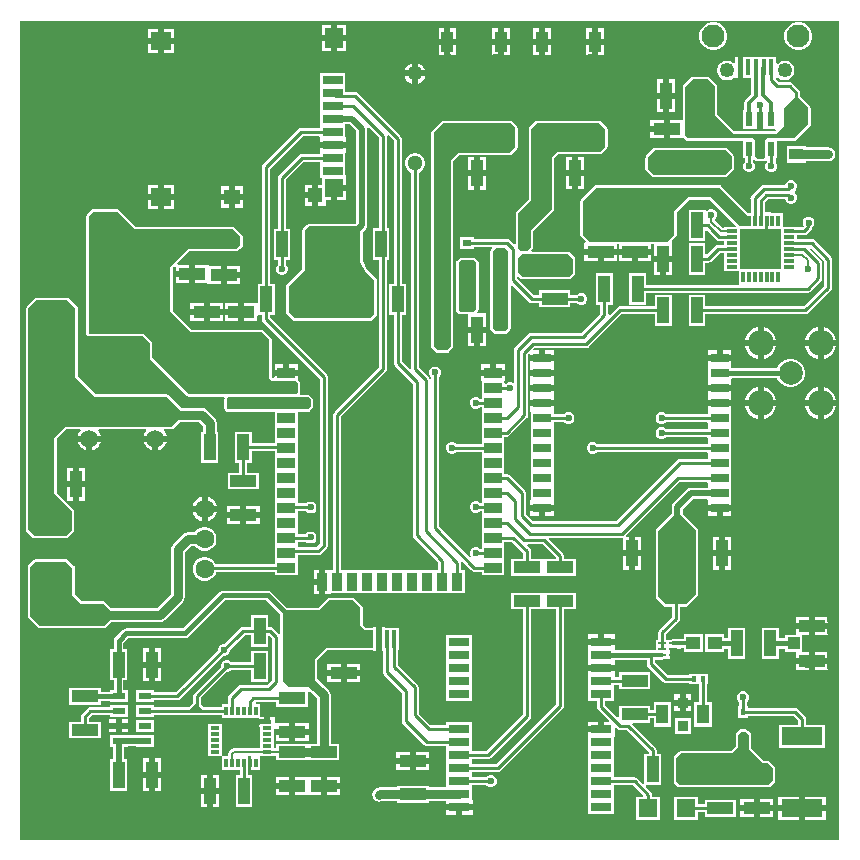
<source format=gtl>
G04*
G04 #@! TF.GenerationSoftware,Altium Limited,Altium Designer,21.9.2 (33)*
G04*
G04 Layer_Physical_Order=1*
G04 Layer_Color=255*
%FSLAX25Y25*%
%MOIN*%
G70*
G04*
G04 #@! TF.SameCoordinates,2BD51A12-542F-4E7F-AF7E-1702C203C590*
G04*
G04*
G04 #@! TF.FilePolarity,Positive*
G04*
G01*
G75*
%ADD12C,0.03000*%
%ADD17C,0.01000*%
%ADD18R,0.07087X0.08780*%
%ADD19R,0.04000X0.08900*%
%ADD20R,0.02323X0.04764*%
%ADD21R,0.04803X0.03819*%
%ADD22R,0.01181X0.03740*%
%ADD23R,0.03740X0.01181*%
%ADD24R,0.05906X0.03150*%
%ADD25R,0.03543X0.03543*%
%ADD26R,0.03543X0.05906*%
%ADD27R,0.05906X0.03543*%
%ADD28R,0.08900X0.04000*%
%ADD29R,0.03937X0.07087*%
%ADD30R,0.05118X0.05079*%
%ADD31R,0.05512X0.05079*%
%ADD32R,0.06614X0.03150*%
%ADD33R,0.05906X0.06299*%
%ADD34R,0.05906X0.06693*%
%ADD35R,0.06693X0.05906*%
%ADD36R,0.01575X0.05315*%
%ADD37R,0.03150X0.02362*%
%ADD38R,0.06299X0.05906*%
%ADD39R,0.03701X0.03701*%
%ADD40R,0.04291X0.06496*%
%ADD41R,0.01575X0.01968*%
%ADD42R,0.04528X0.04331*%
%ADD43R,0.02756X0.00906*%
%ADD44R,0.01772X0.05906*%
%ADD45R,0.04331X0.02362*%
%ADD46R,0.03150X0.01378*%
%ADD47R,0.01378X0.03150*%
%ADD48R,0.11024X0.05906*%
%ADD49R,0.24016X0.24803*%
%ADD50R,0.01772X0.02323*%
%ADD51R,0.04134X0.03937*%
%ADD52R,0.08661X0.04134*%
%ADD53R,0.13780X0.05906*%
%ADD54R,0.07087X0.03150*%
%ADD98C,0.00900*%
%ADD99C,0.02000*%
%ADD100C,0.01500*%
%ADD101C,0.00800*%
%ADD102C,0.01470*%
%ADD103C,0.01100*%
%ADD104C,0.01380*%
%ADD105C,0.01760*%
%ADD106C,0.01430*%
%ADD107C,0.01700*%
%ADD108C,0.05118*%
%ADD109C,0.05906*%
%ADD110C,0.08661*%
%ADD111C,0.07874*%
%ADD112C,0.06299*%
%ADD113C,0.02362*%
%ADD114C,0.07677*%
%ADD115C,0.04921*%
G36*
X274273Y1318D02*
X1318D01*
Y274273D01*
X274273D01*
Y1318D01*
D02*
G37*
%LPC*%
G36*
X109732Y272833D02*
X106780D01*
Y269486D01*
X109732D01*
Y272833D01*
D02*
G37*
G36*
X104780D02*
X101827D01*
Y269486D01*
X104780D01*
Y272833D01*
D02*
G37*
G36*
X52567Y271435D02*
X49220D01*
Y268482D01*
X52567D01*
Y271435D01*
D02*
G37*
G36*
X47221D02*
X43874D01*
Y268482D01*
X47221D01*
Y271435D01*
D02*
G37*
G36*
X164327Y271785D02*
X162358D01*
Y268242D01*
X164327D01*
Y271785D01*
D02*
G37*
G36*
X160358D02*
X158390D01*
Y268242D01*
X160358D01*
Y271785D01*
D02*
G37*
G36*
X195834D02*
X193865D01*
Y268242D01*
X195834D01*
Y271785D01*
D02*
G37*
G36*
X178117D02*
X176149D01*
Y268242D01*
X178117D01*
Y271785D01*
D02*
G37*
G36*
X191865D02*
X189897D01*
Y268242D01*
X191865D01*
Y271785D01*
D02*
G37*
G36*
X174149D02*
X172180D01*
Y268242D01*
X174149D01*
Y271785D01*
D02*
G37*
G36*
X146610D02*
X144642D01*
Y268242D01*
X146610D01*
Y271785D01*
D02*
G37*
G36*
X142642D02*
X140673D01*
Y268242D01*
X142642D01*
Y271785D01*
D02*
G37*
G36*
X261241Y273733D02*
X260019D01*
X258840Y273417D01*
X257782Y272806D01*
X256918Y271943D01*
X256308Y270885D01*
X255991Y269705D01*
Y268484D01*
X256308Y267304D01*
X256918Y266246D01*
X257782Y265383D01*
X258840Y264772D01*
X260019Y264456D01*
X261241D01*
X262420Y264772D01*
X263478Y265383D01*
X264342Y266246D01*
X264952Y267304D01*
X265268Y268484D01*
Y269705D01*
X264952Y270885D01*
X264342Y271943D01*
X263478Y272806D01*
X262420Y273417D01*
X261241Y273733D01*
D02*
G37*
G36*
X232894D02*
X231673D01*
X230493Y273417D01*
X229435Y272806D01*
X228572Y271943D01*
X227961Y270885D01*
X227645Y269705D01*
Y268484D01*
X227961Y267304D01*
X228572Y266246D01*
X229435Y265383D01*
X230493Y264772D01*
X231673Y264456D01*
X232894D01*
X234074Y264772D01*
X235132Y265383D01*
X235995Y266246D01*
X236606Y267304D01*
X236922Y268484D01*
Y269705D01*
X236606Y270885D01*
X235995Y271943D01*
X235132Y272806D01*
X234074Y273417D01*
X232894Y273733D01*
D02*
G37*
G36*
X109732Y267486D02*
X106780D01*
Y264140D01*
X109732D01*
Y267486D01*
D02*
G37*
G36*
X104780D02*
X101827D01*
Y264140D01*
X104780D01*
Y267486D01*
D02*
G37*
G36*
X52567Y266482D02*
X49220D01*
Y263529D01*
X52567D01*
Y266482D01*
D02*
G37*
G36*
X47221D02*
X43874D01*
Y263529D01*
X47221D01*
Y266482D01*
D02*
G37*
G36*
X195834Y266242D02*
X193865D01*
Y262698D01*
X195834D01*
Y266242D01*
D02*
G37*
G36*
X191865D02*
X189897D01*
Y262698D01*
X191865D01*
Y266242D01*
D02*
G37*
G36*
X178117D02*
X176149D01*
Y262698D01*
X178117D01*
Y266242D01*
D02*
G37*
G36*
X174149D02*
X172180D01*
Y262698D01*
X174149D01*
Y266242D01*
D02*
G37*
G36*
X164327Y266242D02*
X162358D01*
Y262698D01*
X164327D01*
Y266242D01*
D02*
G37*
G36*
X160358D02*
X158390D01*
Y262698D01*
X160358D01*
Y266242D01*
D02*
G37*
G36*
X146610Y266242D02*
X144642D01*
Y262698D01*
X146610D01*
Y266242D01*
D02*
G37*
G36*
X142642D02*
X140673D01*
Y262698D01*
X142642D01*
Y266242D01*
D02*
G37*
G36*
X240338Y262319D02*
X239551D01*
Y260354D01*
X239051Y260147D01*
X238912Y260286D01*
X238168Y260716D01*
X237339Y260938D01*
X236480D01*
X235651Y260716D01*
X234907Y260286D01*
X234300Y259679D01*
X233871Y258936D01*
X233649Y258106D01*
Y257248D01*
X233871Y256419D01*
X234300Y255675D01*
X234907Y255068D01*
X235651Y254639D01*
X236480Y254416D01*
X237339D01*
X238168Y254639D01*
X238912Y255068D01*
X239051Y255208D01*
X239551Y255004D01*
Y255004D01*
X240338D01*
Y258662D01*
Y262319D01*
D02*
G37*
G36*
X133806Y260077D02*
Y257661D01*
X136223D01*
X136123Y258034D01*
X135654Y258846D01*
X134992Y259509D01*
X134180Y259977D01*
X133806Y260077D01*
D02*
G37*
G36*
X131806Y260077D02*
X131432Y259977D01*
X130621Y259509D01*
X129958Y258846D01*
X129490Y258034D01*
X129390Y257661D01*
X131806D01*
Y260077D01*
D02*
G37*
G36*
X136223Y255661D02*
X133806D01*
Y253244D01*
X134180Y253344D01*
X134992Y253813D01*
X135654Y254475D01*
X136123Y255287D01*
X136223Y255661D01*
D02*
G37*
G36*
X131806D02*
X129390D01*
X129490Y255287D01*
X129958Y254475D01*
X130621Y253813D01*
X131432Y253344D01*
X131806Y253244D01*
Y255661D01*
D02*
G37*
G36*
X219600Y254750D02*
X217600D01*
Y250300D01*
X219600D01*
Y254750D01*
D02*
G37*
G36*
X215600D02*
X213600D01*
Y250300D01*
X215600D01*
Y254750D01*
D02*
G37*
G36*
X219600Y248300D02*
X217600D01*
Y243850D01*
X219600D01*
Y248300D01*
D02*
G37*
G36*
X215600D02*
X213600D01*
Y243850D01*
X215600D01*
Y248300D01*
D02*
G37*
G36*
X164700Y240916D02*
X164700Y240916D01*
X142300D01*
X142300Y240916D01*
X141988Y240854D01*
X141723Y240677D01*
X141723Y240677D01*
X138423Y237377D01*
X138423Y237377D01*
X138246Y237112D01*
X138184Y236800D01*
X138184Y236800D01*
X138184Y165800D01*
X138184Y165800D01*
X138246Y165488D01*
X138423Y165223D01*
X138423Y165223D01*
X139823Y163823D01*
X139823Y163823D01*
X140088Y163646D01*
X140400Y163584D01*
X140400Y163584D01*
X143500D01*
X143812Y163646D01*
X144077Y163823D01*
X144077Y163823D01*
X145307Y165053D01*
X145483Y165318D01*
X145545Y165630D01*
X145545Y165630D01*
Y227492D01*
X147538Y229484D01*
X164500Y229484D01*
X164500Y229484D01*
X164812Y229546D01*
X165077Y229723D01*
X165077Y229723D01*
X166777Y231423D01*
X166777Y231423D01*
X166954Y231688D01*
X167016Y232000D01*
X167016Y232000D01*
Y238600D01*
X166954Y238912D01*
X166777Y239177D01*
X166777Y239177D01*
X165277Y240677D01*
X165012Y240854D01*
X164700Y240916D01*
D02*
G37*
G36*
X215700Y241200D02*
X211250D01*
Y239200D01*
X215700D01*
Y241200D01*
D02*
G37*
G36*
X243126Y262319D02*
X242338D01*
Y262119D01*
X242310D01*
Y258662D01*
Y255204D01*
X242338D01*
Y255004D01*
X243126D01*
Y255204D01*
X244936D01*
Y249897D01*
X243053Y248014D01*
X242714Y247506D01*
X242595Y246907D01*
Y244623D01*
X242198D01*
Y238259D01*
X245739D01*
Y238059D01*
X246900D01*
Y241441D01*
X248900D01*
Y238059D01*
X250061D01*
Y238259D01*
X252898D01*
X253105Y237759D01*
X252762Y237416D01*
X239238D01*
X233516Y243138D01*
Y252400D01*
X233453Y252712D01*
X233277Y252977D01*
X233277Y252977D01*
X230877Y255377D01*
X230877Y255377D01*
X230612Y255554D01*
X230300Y255616D01*
X230300Y255616D01*
X225600D01*
X225600Y255616D01*
X225288Y255554D01*
X225023Y255377D01*
X225023Y255377D01*
X222323Y252677D01*
X222323Y252677D01*
X222146Y252412D01*
X222084Y252100D01*
X222084Y252100D01*
Y241200D01*
X217700D01*
Y238200D01*
Y235200D01*
X222150D01*
X222150Y235200D01*
Y235200D01*
X222620Y235127D01*
X223323Y234423D01*
X223588Y234246D01*
X223900Y234184D01*
X223900Y234184D01*
X236300Y234184D01*
X242198Y234184D01*
Y228377D01*
X242804D01*
Y227105D01*
X242520Y226822D01*
X242219Y226094D01*
Y225306D01*
X242520Y224578D01*
X243078Y224021D01*
X243806Y223719D01*
X244594D01*
X245322Y224021D01*
X245880Y224578D01*
X246181Y225306D01*
Y226094D01*
X245880Y226822D01*
X245556Y227145D01*
Y227783D01*
X246056Y227990D01*
X246423Y227623D01*
X246423Y227623D01*
X246688Y227446D01*
X247000Y227384D01*
X247000Y227384D01*
X248800D01*
X248800Y227384D01*
X249112Y227446D01*
X249377Y227623D01*
X249744Y227990D01*
X250244Y227783D01*
Y227145D01*
X249921Y226822D01*
X249619Y226094D01*
Y225306D01*
X249921Y224578D01*
X250478Y224021D01*
X251206Y223719D01*
X251994D01*
X252722Y224021D01*
X253279Y224578D01*
X253581Y225306D01*
Y226094D01*
X253279Y226822D01*
X252996Y227105D01*
Y228377D01*
X253602D01*
Y234184D01*
X259300D01*
X259300Y234184D01*
X259612Y234246D01*
X259877Y234423D01*
X264477Y239023D01*
X264654Y239288D01*
X264716Y239600D01*
X264716Y239600D01*
Y245200D01*
X264716Y245200D01*
X264654Y245512D01*
X264477Y245777D01*
X264477Y245777D01*
X261274Y248979D01*
Y250251D01*
X261173Y250758D01*
X260886Y251188D01*
X258639Y253435D01*
X258209Y253723D01*
X257702Y253823D01*
X254130D01*
X253224Y254729D01*
X253162Y255204D01*
X253662Y255408D01*
X254002Y255068D01*
X254745Y254639D01*
X255575Y254416D01*
X256433D01*
X257262Y254639D01*
X258006Y255068D01*
X258613Y255675D01*
X259042Y256419D01*
X259265Y257248D01*
Y258106D01*
X259042Y258936D01*
X258613Y259679D01*
X258006Y260286D01*
X257262Y260716D01*
X256433Y260938D01*
X255575D01*
X254745Y260716D01*
X254002Y260286D01*
X253662Y259947D01*
X253162Y260154D01*
Y262119D01*
X243126D01*
Y262319D01*
D02*
G37*
G36*
X215700Y237200D02*
X211250D01*
Y235200D01*
X215700D01*
Y237200D01*
D02*
G37*
G36*
X109732Y231856D02*
X105425D01*
X101118D01*
Y230281D01*
X101118Y230281D01*
X101118D01*
X101118Y230281D01*
X100950Y229851D01*
X95126D01*
X94618Y229750D01*
X94188Y229463D01*
X87563Y222837D01*
X87275Y222407D01*
X87174Y221900D01*
Y204950D01*
X85700D01*
Y194450D01*
X87174D01*
Y192876D01*
X86821Y192522D01*
X86519Y191794D01*
Y191006D01*
X86821Y190278D01*
X87378Y189720D01*
X88106Y189419D01*
X88894D01*
X89622Y189720D01*
X90180Y190278D01*
X90481Y191006D01*
Y191794D01*
X90180Y192522D01*
X89825Y192876D01*
Y194450D01*
X91300D01*
Y204950D01*
X89825D01*
Y221351D01*
X95675Y227200D01*
X101318D01*
Y221820D01*
X101827D01*
Y219644D01*
X100559D01*
Y216104D01*
Y212565D01*
X103118D01*
Y214494D01*
X104780D01*
Y218644D01*
X105780D01*
Y219644D01*
X109732D01*
Y222793D01*
X109532D01*
Y226151D01*
Y230281D01*
X109732D01*
Y231856D01*
D02*
G37*
G36*
X194313Y240916D02*
X194313Y240916D01*
X173500D01*
X173188Y240854D01*
X172923Y240677D01*
X172923Y240677D01*
X170923Y238677D01*
X170923Y238677D01*
X170746Y238412D01*
X170684Y238100D01*
X170684Y238100D01*
X170684Y214638D01*
X166623Y210577D01*
X166446Y210312D01*
X166384Y210000D01*
X166384Y210000D01*
X166384Y199943D01*
X165922Y199752D01*
X164540Y201134D01*
X164110Y201421D01*
X163603Y201522D01*
X152575D01*
Y202178D01*
X147825D01*
Y198216D01*
X152575D01*
Y198871D01*
X158465D01*
X158656Y198409D01*
X158223Y197977D01*
X158046Y197712D01*
X157984Y197400D01*
X157984Y197400D01*
Y171630D01*
X157984Y171630D01*
X158046Y171318D01*
X158046Y171318D01*
X158046Y171318D01*
X158223Y171053D01*
X158223Y171053D01*
X158223Y171053D01*
X159193Y170083D01*
X159193Y170083D01*
X159458Y169906D01*
X159770Y169844D01*
X159770Y169844D01*
X162900Y169844D01*
X162900Y169844D01*
X163107Y169886D01*
X163212Y169906D01*
X163212Y169906D01*
X163212Y169906D01*
X163318Y169977D01*
X163477Y170083D01*
X163477Y170083D01*
X164477Y171083D01*
X164477Y171083D01*
X164654Y171348D01*
X164716Y171660D01*
X164716Y171660D01*
X164716Y185957D01*
X165178Y186148D01*
X170863Y180463D01*
X171293Y180175D01*
X171800Y180075D01*
X174150D01*
Y178800D01*
X184650D01*
Y180075D01*
X186824D01*
X187178Y179720D01*
X187906Y179419D01*
X188694D01*
X189422Y179720D01*
X189980Y180278D01*
X190281Y181006D01*
Y181794D01*
X189980Y182522D01*
X189422Y183080D01*
X188694Y183381D01*
X187906D01*
X187178Y183080D01*
X186824Y182726D01*
X184650D01*
Y184400D01*
X174150D01*
Y182726D01*
X172349D01*
X166825Y188249D01*
Y189088D01*
X167287Y189279D01*
X168253Y188313D01*
X168518Y188136D01*
X168830Y188074D01*
X168830Y188074D01*
X184020Y188074D01*
X184020Y188074D01*
X184332Y188136D01*
X184597Y188313D01*
X184597Y188313D01*
X186007Y189723D01*
X186007Y189723D01*
X186184Y189988D01*
X186246Y190300D01*
X186246Y190300D01*
X186246Y194800D01*
X186184Y195112D01*
X186007Y195377D01*
X184327Y197057D01*
X184327Y197057D01*
X184062Y197234D01*
X183750Y197296D01*
X183750Y197296D01*
X171802D01*
X171611Y197758D01*
X172077Y198223D01*
X172254Y198488D01*
X172316Y198800D01*
X172316Y198800D01*
Y204158D01*
X175157Y207010D01*
X178978Y210844D01*
X179065Y210975D01*
X179154Y211108D01*
X179154Y211108D01*
X179154Y211109D01*
X179185Y211265D01*
X179216Y211420D01*
Y228562D01*
X180453Y229799D01*
X194498D01*
X194498Y229799D01*
X194810Y229861D01*
X195074Y230038D01*
X195074Y230038D01*
X196777Y231740D01*
X196777Y231740D01*
X196954Y232005D01*
X197016Y232317D01*
X197016Y232317D01*
X197016Y238213D01*
X196954Y238525D01*
X196777Y238790D01*
X194890Y240677D01*
X194890Y240677D01*
X194625Y240854D01*
X194313Y240916D01*
D02*
G37*
G36*
X263150Y232393D02*
X256747D01*
Y226974D01*
X263150D01*
Y227338D01*
X270600D01*
X271497Y227517D01*
X272258Y228025D01*
X272767Y228786D01*
X272945Y229683D01*
X272767Y230581D01*
X272258Y231342D01*
X271497Y231850D01*
X270600Y232029D01*
X263150D01*
Y232393D01*
D02*
G37*
G36*
X189300Y228950D02*
X187300D01*
Y224500D01*
X189300D01*
Y228950D01*
D02*
G37*
G36*
X185300D02*
X183300D01*
Y224500D01*
X185300D01*
Y228950D01*
D02*
G37*
G36*
X156400Y228850D02*
X154400D01*
Y224400D01*
X156400D01*
Y228850D01*
D02*
G37*
G36*
X152400D02*
X150400D01*
Y224400D01*
X152400D01*
Y228850D01*
D02*
G37*
G36*
X236300Y231916D02*
X236300Y231916D01*
X212900D01*
X212588Y231854D01*
X212323Y231677D01*
X212323Y231677D01*
X209853Y229207D01*
X209853Y229207D01*
X209676Y228942D01*
X209614Y228630D01*
X209614Y228630D01*
X209614Y224970D01*
X209676Y224658D01*
X209853Y224393D01*
X209853Y224393D01*
X211983Y222263D01*
X212248Y222086D01*
X212560Y222024D01*
X212560Y222024D01*
X236240D01*
X236552Y222086D01*
X236817Y222263D01*
X236817Y222263D01*
X238977Y224423D01*
X238977Y224423D01*
X239154Y224688D01*
X239216Y225000D01*
X239216Y225000D01*
X239216Y229000D01*
X239154Y229312D01*
X238977Y229577D01*
X238977Y229577D01*
X236877Y231677D01*
X236877Y231677D01*
X236612Y231854D01*
X236508Y231874D01*
X236300Y231916D01*
D02*
G37*
G36*
X189300Y222500D02*
X187300D01*
Y218050D01*
X189300D01*
Y222500D01*
D02*
G37*
G36*
X185300D02*
X183300D01*
Y218050D01*
X185300D01*
Y222500D01*
D02*
G37*
G36*
X156400Y222400D02*
X154400D01*
Y217950D01*
X156400D01*
Y222400D01*
D02*
G37*
G36*
X152400D02*
X150400D01*
Y217950D01*
X152400D01*
Y222400D01*
D02*
G37*
G36*
X98559Y219644D02*
X96000D01*
Y217104D01*
X98559D01*
Y219644D01*
D02*
G37*
G36*
X52567Y219466D02*
X49220D01*
Y216514D01*
X52567D01*
Y219466D01*
D02*
G37*
G36*
X47221D02*
X43874D01*
Y216514D01*
X47221D01*
Y219466D01*
D02*
G37*
G36*
X75598Y219053D02*
X72843D01*
Y216514D01*
X75598D01*
Y219053D01*
D02*
G37*
G36*
X70842D02*
X68087D01*
Y216514D01*
X70842D01*
Y219053D01*
D02*
G37*
G36*
X109732Y217644D02*
X106780D01*
Y214494D01*
X109732D01*
Y217644D01*
D02*
G37*
G36*
X98559Y215104D02*
X96000D01*
Y212565D01*
X98559D01*
Y215104D01*
D02*
G37*
G36*
X75598Y214514D02*
X72843D01*
Y211974D01*
X75598D01*
Y214514D01*
D02*
G37*
G36*
X70842D02*
X68087D01*
Y211974D01*
X70842D01*
Y214514D01*
D02*
G37*
G36*
X52567Y214514D02*
X49220D01*
Y211561D01*
X52567D01*
Y214514D01*
D02*
G37*
G36*
X47221D02*
X43874D01*
Y211561D01*
X47221D01*
Y214514D01*
D02*
G37*
G36*
X258594Y221081D02*
X257806D01*
X257078Y220779D01*
X256521Y220222D01*
X256258Y219589D01*
X249108D01*
X248581Y219484D01*
X248135Y219185D01*
X248135Y219185D01*
X245034Y216085D01*
X244735Y215638D01*
X244631Y215111D01*
X244682Y214855D01*
Y210269D01*
X243884D01*
X234977Y219177D01*
X234712Y219354D01*
X234400Y219416D01*
X234400Y219416D01*
X193140D01*
X193140Y219416D01*
X192828Y219354D01*
X192563Y219177D01*
X188213Y214827D01*
X188036Y214562D01*
X187974Y214250D01*
X187974Y214250D01*
Y202840D01*
X187974Y202840D01*
X188036Y202528D01*
X188213Y202263D01*
X189715Y200762D01*
X189523Y200300D01*
X189250D01*
Y198300D01*
X194700D01*
X200150D01*
Y199754D01*
X200750D01*
Y198300D01*
X206200D01*
X211650D01*
Y199754D01*
X212600D01*
Y195900D01*
X218600D01*
Y200350D01*
X218600D01*
X218400Y200767D01*
Y200897D01*
X219877Y202373D01*
X220054Y202638D01*
X220116Y202950D01*
X220116Y202950D01*
Y210642D01*
X224108Y214634D01*
X231112D01*
X239838Y205908D01*
X239647Y205447D01*
X235913D01*
Y205279D01*
X235321D01*
X232793Y207807D01*
Y208022D01*
X233249Y208478D01*
X233551Y209206D01*
Y209994D01*
X233249Y210722D01*
X232692Y211280D01*
X231964Y211581D01*
X231176D01*
X230448Y211280D01*
X230100Y210932D01*
X229600Y211139D01*
Y211250D01*
X224000D01*
Y200750D01*
X229600D01*
Y204153D01*
X230100Y204360D01*
X230744Y203716D01*
X230773Y203673D01*
X233295Y201150D01*
X233725Y200863D01*
X234233Y200762D01*
X234233Y200762D01*
X235913D01*
Y199476D01*
X233850D01*
X233343Y199375D01*
X232913Y199088D01*
X230100Y196274D01*
X229600Y196344D01*
Y200150D01*
X224000D01*
Y189650D01*
X229600D01*
Y193575D01*
X230600D01*
X231107Y193675D01*
X231537Y193963D01*
X234399Y196825D01*
X235913D01*
Y194791D01*
Y190854D01*
X240735D01*
Y186225D01*
X209900D01*
Y190150D01*
X204300D01*
Y179650D01*
X209900D01*
Y183574D01*
X263660D01*
X264167Y183675D01*
X264597Y183963D01*
X268097Y187463D01*
X268385Y187893D01*
X268485Y188400D01*
Y193540D01*
X268385Y194047D01*
X268097Y194477D01*
X264645Y197930D01*
X264809Y198472D01*
X264846Y198480D01*
X269225Y194101D01*
Y185869D01*
X262381Y179025D01*
X229600D01*
Y182950D01*
X224000D01*
Y172450D01*
X229600D01*
Y176374D01*
X262930D01*
X263437Y176475D01*
X263867Y176763D01*
X271487Y184383D01*
X271775Y184813D01*
X271876Y185320D01*
Y194650D01*
X271775Y195157D01*
X271487Y195587D01*
X266018Y201056D01*
X265588Y201343D01*
X265081Y201444D01*
X260150D01*
Y202730D01*
X262556D01*
X263063Y202831D01*
X263493Y203119D01*
X264895Y204520D01*
X265182Y204950D01*
X265276Y205424D01*
X265680Y205828D01*
X265981Y206556D01*
Y207344D01*
X265680Y208072D01*
X265122Y208629D01*
X264394Y208931D01*
X263606D01*
X262878Y208629D01*
X262320Y208072D01*
X262019Y207344D01*
Y206556D01*
X262320Y205828D01*
X262387Y205761D01*
X262007Y205381D01*
X260150D01*
Y205447D01*
X255328D01*
Y210269D01*
X251591D01*
Y210469D01*
X249408D01*
Y213703D01*
X250517Y214811D01*
X256258D01*
X256521Y214178D01*
X257078Y213620D01*
X257806Y213319D01*
X258594D01*
X259322Y213620D01*
X259879Y214178D01*
X260181Y214906D01*
Y215694D01*
X259879Y216422D01*
X259393Y216909D01*
X259353Y217200D01*
X259393Y217491D01*
X259879Y217978D01*
X260181Y218706D01*
Y219494D01*
X259879Y220222D01*
X259322Y220779D01*
X258594Y221081D01*
D02*
G37*
G36*
X152500Y195216D02*
X152500Y195216D01*
X148100D01*
X148100Y195216D01*
X147788Y195154D01*
X147523Y194977D01*
X146823Y194277D01*
X146646Y194012D01*
X146584Y193700D01*
X146584Y193700D01*
Y177900D01*
X146584Y177900D01*
X146646Y177588D01*
X146823Y177323D01*
X147523Y176623D01*
X147788Y176446D01*
X148100Y176384D01*
X148100Y176384D01*
X150400D01*
Y172300D01*
X153400D01*
X156400D01*
Y176750D01*
X153657D01*
X153465Y177212D01*
X153777Y177523D01*
X153954Y177788D01*
X154016Y178100D01*
X154016Y178100D01*
Y193700D01*
X154016Y193700D01*
X153954Y194012D01*
X153777Y194277D01*
X153077Y194977D01*
X152812Y195154D01*
X152500Y195216D01*
D02*
G37*
G36*
X211650Y196300D02*
X207200D01*
Y194300D01*
X211650D01*
Y196300D01*
D02*
G37*
G36*
X205200D02*
X200750D01*
Y194300D01*
X205200D01*
Y196300D01*
D02*
G37*
G36*
X200150D02*
X195700D01*
Y194300D01*
X200150D01*
Y196300D01*
D02*
G37*
G36*
X193700D02*
X189250D01*
Y194300D01*
X193700D01*
Y196300D01*
D02*
G37*
G36*
X74550Y192600D02*
X70100D01*
Y190600D01*
X74550D01*
Y192600D01*
D02*
G37*
G36*
X218600Y193900D02*
X216600D01*
Y189450D01*
X218600D01*
Y193900D01*
D02*
G37*
G36*
X214600D02*
X212600D01*
Y189450D01*
X214600D01*
Y193900D01*
D02*
G37*
G36*
X57600Y188900D02*
X53150D01*
Y186900D01*
X57600D01*
Y188900D01*
D02*
G37*
G36*
X74550Y188600D02*
X70100D01*
Y186600D01*
X74550D01*
Y188600D01*
D02*
G37*
G36*
X64050Y192900D02*
X59600D01*
Y189900D01*
Y186900D01*
X63650D01*
Y186600D01*
X68100D01*
Y189600D01*
Y192600D01*
X64050D01*
Y192900D01*
D02*
G37*
G36*
X68823Y180191D02*
X64373D01*
Y178191D01*
X68823D01*
Y180191D01*
D02*
G37*
G36*
X62373D02*
X57923D01*
Y178191D01*
X62373D01*
Y180191D01*
D02*
G37*
G36*
X73809D02*
X69359D01*
Y178191D01*
X73809D01*
Y180191D01*
D02*
G37*
G36*
Y176191D02*
X69359D01*
Y174191D01*
X73809D01*
Y176191D01*
D02*
G37*
G36*
X68823Y176191D02*
X64373D01*
Y174191D01*
X68823D01*
Y176191D01*
D02*
G37*
G36*
X62373D02*
X57923D01*
Y174191D01*
X62373D01*
Y176191D01*
D02*
G37*
G36*
X109532Y256885D02*
X101318D01*
Y252135D01*
Y247804D01*
Y243474D01*
Y238512D01*
X94887D01*
X94380Y238412D01*
X93950Y238124D01*
X82263Y226437D01*
X81975Y226007D01*
X81875Y225500D01*
Y186650D01*
X80400D01*
Y180633D01*
X80259Y180191D01*
X79900Y180191D01*
X75809D01*
Y177191D01*
Y174191D01*
X80260D01*
Y175708D01*
X80400Y176150D01*
X80760Y176150D01*
X81875D01*
Y174700D01*
X81975Y174193D01*
X82263Y173763D01*
X101075Y154951D01*
Y99849D01*
X99951Y98725D01*
X93737D01*
Y100636D01*
X96562D01*
X96878Y100320D01*
X97606Y100019D01*
X98394D01*
X99122Y100320D01*
X99679Y100878D01*
X99981Y101606D01*
Y102394D01*
X99679Y103122D01*
X99122Y103680D01*
X98394Y103981D01*
X97606D01*
X96878Y103680D01*
X96485Y103287D01*
X93737D01*
Y109390D01*
Y110675D01*
X96524D01*
X96878Y110320D01*
X97606Y110019D01*
X98394D01*
X99122Y110320D01*
X99679Y110878D01*
X99981Y111606D01*
Y112394D01*
X99679Y113122D01*
X99122Y113680D01*
X98394Y113981D01*
X97606D01*
X96878Y113680D01*
X96524Y113326D01*
X93737D01*
Y119390D01*
Y124390D01*
Y129390D01*
Y134390D01*
Y139390D01*
Y143884D01*
X97100D01*
X97100Y143884D01*
X97412Y143946D01*
X97677Y144123D01*
X97677Y144123D01*
X98577Y145023D01*
X98577Y145023D01*
X98754Y145288D01*
X98816Y145600D01*
X98816Y145600D01*
X98816Y148000D01*
X98754Y148312D01*
X98577Y148577D01*
X98577Y148577D01*
X97877Y149277D01*
X97877Y149277D01*
X97612Y149454D01*
X97300Y149516D01*
X97300Y149516D01*
X94523D01*
X94331Y149978D01*
X94377Y150023D01*
X94554Y150288D01*
X94616Y150600D01*
X94616Y150600D01*
Y153200D01*
X94554Y153512D01*
X94377Y153777D01*
X94377Y153777D01*
X93937Y154217D01*
Y155961D01*
X86032D01*
Y155429D01*
X85602Y154999D01*
X85254D01*
X85016Y155238D01*
Y168000D01*
X85016Y168000D01*
X84954Y168312D01*
X84777Y168577D01*
X84777Y168577D01*
X82377Y170977D01*
X82377Y170977D01*
X82112Y171153D01*
X81800Y171216D01*
X81800Y171216D01*
X78300Y171216D01*
X58338D01*
X52016Y177538D01*
Y191862D01*
X52650Y192497D01*
X53150Y192289D01*
Y190900D01*
X57600D01*
Y192900D01*
X53761D01*
X53553Y193400D01*
X57538Y197384D01*
X73289D01*
X73289Y197384D01*
X73601Y197446D01*
X73866Y197623D01*
X73866Y197623D01*
X74243Y198000D01*
X74350D01*
Y198107D01*
X75177Y198934D01*
X75177Y198934D01*
X75354Y199199D01*
X75416Y199511D01*
X75416Y199511D01*
Y202305D01*
X75416Y202306D01*
X75416Y202306D01*
X75384Y202466D01*
X75354Y202618D01*
X75353Y202618D01*
X75353Y202619D01*
X75265Y202750D01*
X75177Y202882D01*
X75176Y202882D01*
X75176Y202883D01*
X73808Y204248D01*
X72754Y205301D01*
X72489Y205478D01*
X72177Y205540D01*
X72177Y205540D01*
X39708D01*
X34041Y211207D01*
X33777Y211384D01*
X33465Y211446D01*
X33465Y211446D01*
X25591Y211446D01*
X25278Y211384D01*
X25014Y211207D01*
X25014Y211207D01*
X23523Y209716D01*
X23346Y209451D01*
X23284Y209139D01*
X23284Y209139D01*
Y203416D01*
X23284Y193300D01*
X23284Y169939D01*
X23315Y169786D01*
X23345Y169630D01*
X23346Y169629D01*
X23346Y169627D01*
X23433Y169497D01*
X23520Y169365D01*
X23522Y169364D01*
X23523Y169362D01*
X23654Y169275D01*
X23784Y169187D01*
X23786Y169186D01*
X23788Y169185D01*
X23942Y169155D01*
X24096Y169123D01*
X24205Y169123D01*
Y169098D01*
X29328D01*
X42013Y169038D01*
X44384Y166656D01*
Y162100D01*
X44384Y162100D01*
X44446Y161788D01*
X44623Y161523D01*
X44623Y161523D01*
X56923Y149223D01*
X57188Y149046D01*
X57500Y148984D01*
X57500Y148984D01*
X69061D01*
X69342Y148520D01*
X69341Y148484D01*
X69284Y148200D01*
X69284Y148200D01*
Y145100D01*
X69284Y145100D01*
X69346Y144788D01*
X69523Y144523D01*
X69523Y144523D01*
X69923Y144123D01*
X69923Y144123D01*
X70150Y143972D01*
X70150Y143900D01*
X70500Y143884D01*
X70500Y143884D01*
X70644Y143884D01*
X86231D01*
Y139390D01*
Y133326D01*
X78400D01*
Y137250D01*
X72800D01*
Y126750D01*
X74274D01*
Y123600D01*
X70350D01*
Y118000D01*
X80850D01*
Y123600D01*
X76925D01*
Y126750D01*
X78400D01*
Y130675D01*
X86231D01*
Y129390D01*
Y124390D01*
Y119390D01*
Y114390D01*
Y109390D01*
Y104390D01*
Y99390D01*
Y93287D01*
X66229D01*
X65860Y93925D01*
X65125Y94661D01*
X64224Y95180D01*
X63220Y95450D01*
X62180D01*
X61176Y95180D01*
X60275Y94661D01*
X59540Y93925D01*
X59020Y93024D01*
X58750Y92020D01*
Y90980D01*
X59020Y89976D01*
X59540Y89075D01*
X60275Y88340D01*
X61176Y87820D01*
X62180Y87550D01*
X63220D01*
X64224Y87820D01*
X65125Y88340D01*
X65860Y89075D01*
X66380Y89976D01*
X66557Y90636D01*
X86231D01*
Y89390D01*
X93737D01*
Y94390D01*
Y96074D01*
X100500D01*
X101007Y96175D01*
X101437Y96463D01*
X103337Y98363D01*
X103625Y98793D01*
X103726Y99300D01*
Y155500D01*
X103625Y156007D01*
X103337Y156437D01*
X84526Y175249D01*
Y176150D01*
X86000D01*
Y186650D01*
X84526D01*
Y224951D01*
X95436Y235861D01*
X100950D01*
X101118Y235431D01*
X101118Y235431D01*
X101118D01*
X101118Y235431D01*
Y233856D01*
X105425D01*
X109732D01*
Y235431D01*
X109532D01*
Y239683D01*
X111122D01*
X113265Y237540D01*
Y206960D01*
X112820Y206516D01*
X97344Y206516D01*
X97032Y206454D01*
X96767Y206277D01*
X96767Y206277D01*
X95523Y205033D01*
X95346Y204768D01*
X95284Y204456D01*
X95284Y204456D01*
Y191438D01*
X90123Y186277D01*
X89946Y186012D01*
X89884Y185700D01*
X89884Y185700D01*
Y177100D01*
X89884Y177100D01*
X89946Y176788D01*
X90123Y176523D01*
X90123Y176523D01*
X92223Y174423D01*
X92488Y174246D01*
X92800Y174184D01*
X92800Y174184D01*
X117880D01*
X117880Y174184D01*
X118192Y174246D01*
X118457Y174423D01*
X119826Y175792D01*
X120002Y176057D01*
X120064Y176369D01*
X120064Y176369D01*
Y187851D01*
X120064Y187851D01*
X120002Y188163D01*
X119826Y188428D01*
X119826Y188428D01*
X116956Y191298D01*
X115416Y194036D01*
Y203920D01*
X116398Y204902D01*
X116796Y205498D01*
X116935Y206200D01*
Y238300D01*
X116886Y238547D01*
X117347Y238793D01*
X120808Y235333D01*
Y205150D01*
X118700D01*
Y194650D01*
X120808D01*
Y158731D01*
X105996Y143919D01*
X105709Y143489D01*
X105608Y142982D01*
Y91029D01*
X104705D01*
Y91229D01*
X102933D01*
Y87276D01*
Y83324D01*
X104705D01*
Y83524D01*
X149505D01*
Y91029D01*
X148258D01*
Y93567D01*
X148235Y93683D01*
X148696Y93929D01*
X151601Y91024D01*
X152031Y90737D01*
X152539Y90636D01*
X155129D01*
Y89390D01*
X162635D01*
Y94390D01*
Y100636D01*
X164990D01*
X168774Y96851D01*
Y94800D01*
X164850D01*
Y89200D01*
X175350D01*
Y94800D01*
X171425D01*
Y97400D01*
X171325Y97907D01*
X171037Y98337D01*
X170162Y99213D01*
X170353Y99674D01*
X175351D01*
X179726Y95300D01*
X179518Y94800D01*
X175950D01*
Y89200D01*
X186450D01*
Y94800D01*
X182526D01*
Y95700D01*
X182425Y96207D01*
X182137Y96637D01*
X177372Y101403D01*
X177563Y101865D01*
X201790D01*
X202000Y101692D01*
Y97700D01*
X204000D01*
Y102150D01*
X203332D01*
X203124Y102650D01*
X220949Y120475D01*
X230221D01*
X230575Y120121D01*
Y118989D01*
X230221Y118635D01*
X224800D01*
X224098Y118496D01*
X223502Y118098D01*
X219004Y113599D01*
X218606Y113004D01*
X218466Y112302D01*
Y109819D01*
X213323Y104676D01*
X213146Y104411D01*
X213084Y104099D01*
X213084Y104099D01*
Y85032D01*
X213084Y82300D01*
X213084Y82300D01*
X213146Y81988D01*
X213323Y81723D01*
X213323Y81723D01*
X215950Y79097D01*
X216214Y78920D01*
X216527Y78858D01*
X216527Y78858D01*
X218475Y78858D01*
Y75449D01*
X214363Y71337D01*
X214075Y70907D01*
X213974Y70400D01*
Y67990D01*
X213122D01*
Y64343D01*
X212250D01*
X212155Y64406D01*
X211500Y64536D01*
X199907D01*
X199425Y64579D01*
Y66154D01*
X190339D01*
Y64579D01*
X190539D01*
Y61068D01*
X190339D01*
Y59493D01*
X199425D01*
Y61068D01*
X199907Y61111D01*
X210174D01*
Y59800D01*
X210275Y59293D01*
X210563Y58863D01*
X215563Y53863D01*
X215993Y53575D01*
X216500Y53474D01*
X224163D01*
Y53016D01*
X227557D01*
Y47048D01*
X225937D01*
Y38952D01*
X231828D01*
Y47048D01*
X230208D01*
Y53016D01*
X230487D01*
Y56584D01*
X224163D01*
Y56125D01*
X217049D01*
X212825Y60349D01*
Y61304D01*
X215276D01*
X215858Y61420D01*
X216048Y61547D01*
X216583D01*
Y61347D01*
X217700D01*
Y64768D01*
X221339D01*
Y65192D01*
X222536D01*
Y63735D01*
X228664D01*
Y69665D01*
X222536D01*
Y68282D01*
X218961D01*
X218370Y68164D01*
X218109Y67990D01*
X216625D01*
Y69851D01*
X220737Y73963D01*
X221025Y74393D01*
X221126Y74900D01*
X221126Y74900D01*
Y78858D01*
X223074Y78858D01*
X223386Y78920D01*
X223650Y79097D01*
X223650Y79097D01*
X227032Y82479D01*
X227209Y82744D01*
X227271Y83056D01*
X227271Y83056D01*
X227271Y104292D01*
X227271Y104292D01*
X227209Y104604D01*
X227032Y104869D01*
X227032Y104869D01*
X222137Y109764D01*
Y111541D01*
X225560Y114965D01*
X230103D01*
X230418Y114465D01*
X230375Y114375D01*
X230375Y114008D01*
Y112800D01*
X234328D01*
X238280D01*
Y114008D01*
X238280Y114375D01*
X238080Y114792D01*
Y118925D01*
X238080Y119300D01*
X238080Y119675D01*
Y124175D01*
X238080D01*
Y124425D01*
X238080D01*
Y128925D01*
X238080Y129300D01*
X238080Y129675D01*
Y133925D01*
X238080Y134300D01*
X238080Y134675D01*
Y138925D01*
X238080Y139300D01*
X238080Y139675D01*
Y143808D01*
X238280Y144225D01*
X238280Y144592D01*
Y145800D01*
X234328D01*
X230375D01*
Y144592D01*
X230375Y144225D01*
X230575Y143808D01*
Y143479D01*
X230221Y143125D01*
X216476D01*
X216122Y143480D01*
X215394Y143781D01*
X214606D01*
X213878Y143480D01*
X213320Y142922D01*
X213019Y142194D01*
Y141406D01*
X213320Y140678D01*
X213878Y140120D01*
X214606Y139819D01*
X215394D01*
X216122Y140120D01*
X216476Y140474D01*
X230221D01*
X230575Y140121D01*
X230575Y139300D01*
X230575Y138925D01*
Y138126D01*
X216476D01*
X216122Y138479D01*
X215394Y138781D01*
X214606D01*
X213878Y138479D01*
X213320Y137922D01*
X213019Y137194D01*
Y136406D01*
X213320Y135678D01*
X213878Y135120D01*
X214606Y134819D01*
X215394D01*
X216122Y135120D01*
X216476Y135475D01*
X230221D01*
X230575Y135121D01*
X230575Y134300D01*
X230575Y133925D01*
Y133125D01*
X193496D01*
X193142Y133479D01*
X192414Y133781D01*
X191626D01*
X190898Y133479D01*
X190340Y132922D01*
X190039Y132194D01*
Y131406D01*
X190340Y130678D01*
X190898Y130121D01*
X191626Y129819D01*
X192414D01*
X193142Y130121D01*
X193496Y130474D01*
X230221D01*
X230575Y130121D01*
X230575Y129300D01*
X230575Y128925D01*
Y128126D01*
X221160D01*
X220653Y128025D01*
X220223Y127737D01*
X200051Y107565D01*
X171969D01*
X169755Y109779D01*
Y116866D01*
X169655Y117373D01*
X169367Y117803D01*
X164272Y122899D01*
X163842Y123186D01*
X163335Y123287D01*
X162635D01*
Y129390D01*
Y135636D01*
X163335D01*
X163842Y135737D01*
X164272Y136024D01*
X170037Y141789D01*
X170325Y142219D01*
X170425Y142727D01*
Y163051D01*
X170858Y163483D01*
X171320Y163292D01*
Y162800D01*
X174272D01*
Y164375D01*
X172403D01*
X172211Y164837D01*
X172549Y165174D01*
X189900D01*
X190407Y165275D01*
X190837Y165563D01*
X201649Y176374D01*
X212800D01*
Y172450D01*
X218400D01*
Y182950D01*
X212800D01*
Y179025D01*
X201100D01*
X200593Y178925D01*
X200163Y178637D01*
X197725Y176200D01*
X197225Y176407D01*
Y179650D01*
X198700D01*
Y190150D01*
X193100D01*
Y179650D01*
X194574D01*
Y176549D01*
X188151Y170125D01*
X171500D01*
X170993Y170025D01*
X170563Y169737D01*
X166263Y165437D01*
X165975Y165007D01*
X165875Y164500D01*
Y153760D01*
X165375Y153493D01*
X164842Y153713D01*
X164054D01*
X163326Y153412D01*
X163135Y153221D01*
X162635Y153428D01*
Y154190D01*
X162835D01*
Y155961D01*
X154929D01*
Y154190D01*
X155129D01*
Y148287D01*
X154515D01*
X154222Y148580D01*
X153494Y148881D01*
X152706D01*
X151978Y148580D01*
X151420Y148022D01*
X151119Y147294D01*
Y146506D01*
X151420Y145778D01*
X151978Y145220D01*
X152706Y144919D01*
X153494D01*
X154222Y145220D01*
X154629Y145627D01*
X155129Y145615D01*
Y139390D01*
Y133226D01*
X146676D01*
X146322Y133580D01*
X145594Y133881D01*
X144806D01*
X144078Y133580D01*
X143520Y133022D01*
X143219Y132294D01*
Y131506D01*
X143520Y130778D01*
X144078Y130220D01*
X144806Y129919D01*
X145594D01*
X146322Y130220D01*
X146676Y130575D01*
X155129D01*
Y124390D01*
Y119390D01*
Y113525D01*
X154576D01*
X154222Y113880D01*
X153494Y114181D01*
X152706D01*
X151978Y113880D01*
X151420Y113322D01*
X151119Y112594D01*
Y111806D01*
X151420Y111078D01*
X151978Y110521D01*
X152706Y110219D01*
X153494D01*
X154222Y110521D01*
X154576Y110874D01*
X155129D01*
Y109390D01*
Y104390D01*
Y99390D01*
Y98058D01*
X154576D01*
X154222Y98412D01*
X153494Y98713D01*
X152706D01*
X151978Y98412D01*
X151420Y97855D01*
X151119Y97126D01*
Y96338D01*
X151420Y95610D01*
X151031Y95344D01*
X140825Y105549D01*
Y155524D01*
X141180Y155878D01*
X141481Y156606D01*
Y157394D01*
X141180Y158122D01*
X140622Y158679D01*
X139894Y158981D01*
X139106D01*
X138378Y158679D01*
X137820Y158122D01*
X137519Y157394D01*
Y156606D01*
X137820Y155878D01*
X138174Y155524D01*
Y154905D01*
X137674Y154856D01*
X137625Y155107D01*
X137337Y155537D01*
X134132Y158743D01*
Y223626D01*
X134869Y224051D01*
X135494Y224677D01*
X135936Y225443D01*
X136165Y226297D01*
Y227182D01*
X135936Y228036D01*
X135494Y228802D01*
X134869Y229427D01*
X134103Y229870D01*
X133248Y230098D01*
X132364D01*
X131510Y229870D01*
X130744Y229427D01*
X130118Y228802D01*
X129676Y228036D01*
X129447Y227182D01*
Y226297D01*
X129676Y225443D01*
X130118Y224677D01*
X130744Y224051D01*
X131481Y223626D01*
Y158301D01*
X131223Y158134D01*
X130993Y158081D01*
X128325Y160749D01*
Y176150D01*
X129800D01*
Y186650D01*
X128325D01*
Y234900D01*
X128225Y235407D01*
X127937Y235837D01*
X113733Y250042D01*
X113303Y250329D01*
X112796Y250430D01*
X109532D01*
Y252135D01*
Y256885D01*
D02*
G37*
G36*
X269000Y172051D02*
Y167800D01*
X273251D01*
X272967Y168858D01*
X272266Y170073D01*
X271273Y171066D01*
X270058Y171767D01*
X269000Y172051D01*
D02*
G37*
G36*
X249000D02*
Y167800D01*
X253251D01*
X252967Y168858D01*
X252266Y170073D01*
X251273Y171066D01*
X250058Y171767D01*
X249000Y172051D01*
D02*
G37*
G36*
X267000Y172051D02*
X265942Y171767D01*
X264727Y171066D01*
X263734Y170073D01*
X263033Y168858D01*
X262749Y167800D01*
X267000D01*
Y172051D01*
D02*
G37*
G36*
X247000D02*
X245942Y171767D01*
X244727Y171066D01*
X243734Y170073D01*
X243033Y168858D01*
X242749Y167800D01*
X247000D01*
Y172051D01*
D02*
G37*
G36*
X156400Y170300D02*
X154400D01*
Y165850D01*
X156400D01*
Y170300D01*
D02*
G37*
G36*
X152400D02*
X150400D01*
Y165850D01*
X152400D01*
Y170300D01*
D02*
G37*
G36*
X238280Y164375D02*
X235328D01*
Y162800D01*
X238280D01*
Y164375D01*
D02*
G37*
G36*
X179225D02*
X176272D01*
Y162800D01*
X179225D01*
Y164375D01*
D02*
G37*
G36*
X233328D02*
X230375D01*
Y162800D01*
X233328D01*
Y164375D01*
D02*
G37*
G36*
X273251Y165800D02*
X269000D01*
Y161549D01*
X270058Y161833D01*
X271273Y162534D01*
X272266Y163527D01*
X272967Y164742D01*
X273251Y165800D01*
D02*
G37*
G36*
X253251D02*
X249000D01*
Y161549D01*
X250058Y161833D01*
X251273Y162534D01*
X252266Y163527D01*
X252967Y164742D01*
X253251Y165800D01*
D02*
G37*
G36*
X267000D02*
X262749D01*
X263033Y164742D01*
X263734Y163527D01*
X264727Y162534D01*
X265942Y161833D01*
X267000Y161549D01*
Y165800D01*
D02*
G37*
G36*
X247000D02*
X242749D01*
X243033Y164742D01*
X243734Y163527D01*
X244727Y162534D01*
X245942Y161833D01*
X247000Y161549D01*
Y165800D01*
D02*
G37*
G36*
X258624Y161537D02*
X257376D01*
X256172Y161214D01*
X255091Y160591D01*
X254209Y159709D01*
X253586Y158628D01*
X253547Y158482D01*
X238409D01*
X238164Y158982D01*
X238280Y159225D01*
X238280Y159592D01*
Y160800D01*
X234328D01*
X230375D01*
Y159592D01*
X230375Y159225D01*
X230575Y158808D01*
Y154792D01*
X230375Y154375D01*
X230375Y154008D01*
Y152800D01*
X234328D01*
X238280D01*
Y154008D01*
X238280Y154375D01*
X238164Y154618D01*
X238409Y155118D01*
X253547D01*
X253586Y154972D01*
X254209Y153891D01*
X255091Y153009D01*
X256172Y152386D01*
X257376Y152063D01*
X258624D01*
X259828Y152386D01*
X260909Y153009D01*
X261790Y153891D01*
X262414Y154972D01*
X262737Y156176D01*
Y157424D01*
X262414Y158628D01*
X261790Y159709D01*
X260909Y160591D01*
X259828Y161214D01*
X258624Y161537D01*
D02*
G37*
G36*
X162835Y159733D02*
X159882D01*
Y157961D01*
X162835D01*
Y159733D01*
D02*
G37*
G36*
X157882D02*
X154929D01*
Y157961D01*
X157882D01*
Y159733D01*
D02*
G37*
G36*
X93937D02*
X90984D01*
Y157961D01*
X93937D01*
Y159733D01*
D02*
G37*
G36*
X88984D02*
X86032D01*
Y157961D01*
X88984D01*
Y159733D01*
D02*
G37*
G36*
X179225Y160800D02*
X175272D01*
X171320D01*
Y159225D01*
Y157800D01*
X175272D01*
X179225D01*
Y159225D01*
Y160800D01*
D02*
G37*
G36*
Y155800D02*
X175272D01*
X171320D01*
Y154225D01*
Y152800D01*
X175272D01*
X179225D01*
Y154225D01*
Y155800D01*
D02*
G37*
G36*
X269000Y152051D02*
Y147800D01*
X273251D01*
X272967Y148858D01*
X272266Y150073D01*
X271273Y151066D01*
X270058Y151767D01*
X269000Y152051D01*
D02*
G37*
G36*
X249000D02*
Y147800D01*
X253251D01*
X252967Y148858D01*
X252266Y150073D01*
X251273Y151066D01*
X250058Y151767D01*
X249000Y152051D01*
D02*
G37*
G36*
X238280Y150800D02*
X234328D01*
X230375D01*
Y149225D01*
Y147800D01*
X234328D01*
X238280D01*
Y149225D01*
Y150800D01*
D02*
G37*
G36*
X179225D02*
X175272D01*
X171320D01*
Y149225D01*
Y147800D01*
X175272D01*
X179225D01*
Y149225D01*
Y150800D01*
D02*
G37*
G36*
X267000Y152051D02*
X265942Y151767D01*
X264727Y151066D01*
X263734Y150073D01*
X263033Y148858D01*
X262749Y147800D01*
X267000D01*
Y152051D01*
D02*
G37*
G36*
X247000D02*
X245942Y151767D01*
X244727Y151066D01*
X243734Y150073D01*
X243033Y148858D01*
X242749Y147800D01*
X247000D01*
Y152051D01*
D02*
G37*
G36*
X273251Y145800D02*
X269000D01*
Y141549D01*
X270058Y141833D01*
X271273Y142534D01*
X272266Y143527D01*
X272967Y144742D01*
X273251Y145800D01*
D02*
G37*
G36*
X253251D02*
X249000D01*
Y141549D01*
X250058Y141833D01*
X251273Y142534D01*
X252266Y143527D01*
X252967Y144742D01*
X253251Y145800D01*
D02*
G37*
G36*
X267000D02*
X262749D01*
X263033Y144742D01*
X263734Y143527D01*
X264727Y142534D01*
X265942Y141833D01*
X267000Y141549D01*
Y145800D01*
D02*
G37*
G36*
X247000D02*
X242749D01*
X243033Y144742D01*
X243734Y143527D01*
X244727Y142534D01*
X245942Y141833D01*
X247000Y141549D01*
Y145800D01*
D02*
G37*
G36*
X179225D02*
X175272D01*
X171320D01*
Y144592D01*
X171320Y144225D01*
X171520Y143808D01*
Y139675D01*
X171520Y139300D01*
X171520Y138925D01*
Y134675D01*
X171520Y134300D01*
X171520Y133925D01*
Y129675D01*
X171520Y129300D01*
X171520Y128925D01*
Y124675D01*
X171520Y124300D01*
X171520Y123925D01*
Y119675D01*
X171520Y119300D01*
X171520Y118925D01*
Y114792D01*
X171320Y114375D01*
X171320Y114008D01*
Y112800D01*
X175272D01*
X179225D01*
Y114008D01*
X179225Y114375D01*
X179025Y114792D01*
Y118925D01*
X179025Y119300D01*
X179025Y119675D01*
Y123925D01*
X179025Y124300D01*
X179025Y124675D01*
Y128925D01*
X179025Y129300D01*
X179025Y129675D01*
Y133925D01*
X179025Y134300D01*
X179025Y134675D01*
Y138925D01*
X179025Y139300D01*
X179025Y139675D01*
Y140375D01*
X182524D01*
X182878Y140021D01*
X183606Y139719D01*
X184394D01*
X185122Y140021D01*
X185679Y140578D01*
X185981Y141306D01*
Y142094D01*
X185679Y142822D01*
X185122Y143379D01*
X184394Y143681D01*
X183606D01*
X182878Y143379D01*
X182524Y143026D01*
X179379D01*
X179025Y143379D01*
Y143808D01*
X179225Y144225D01*
X179225Y144592D01*
Y145800D01*
D02*
G37*
G36*
X45200Y133963D02*
X42376D01*
X42517Y133437D01*
X43037Y132536D01*
X43773Y131800D01*
X44674Y131280D01*
X45200Y131139D01*
Y133963D01*
D02*
G37*
G36*
X23300D02*
X20476D01*
X20617Y133437D01*
X21137Y132536D01*
X21873Y131800D01*
X22774Y131280D01*
X23300Y131139D01*
Y133963D01*
D02*
G37*
G36*
X50024D02*
X47200D01*
Y131139D01*
X47726Y131280D01*
X48627Y131800D01*
X49363Y132536D01*
X49883Y133437D01*
X50024Y133963D01*
D02*
G37*
G36*
X28124D02*
X25300D01*
Y131139D01*
X25826Y131280D01*
X26727Y131800D01*
X27463Y132536D01*
X27983Y133437D01*
X28124Y133963D01*
D02*
G37*
G36*
X6700Y181916D02*
X6388Y181854D01*
X6123Y181677D01*
X3360Y178914D01*
X3360Y178914D01*
X3183Y178649D01*
X3121Y178337D01*
X3121Y178337D01*
Y104563D01*
X3183Y104251D01*
X3360Y103986D01*
X3360Y103986D01*
X5423Y101923D01*
X5688Y101746D01*
X6000Y101684D01*
X6000Y101684D01*
X16418Y101684D01*
X16730Y101746D01*
X16995Y101923D01*
X16995Y101923D01*
X18977Y103905D01*
X18977Y103905D01*
X19154Y104170D01*
X19216Y104482D01*
X19216Y104482D01*
Y110734D01*
X19216Y110734D01*
X19154Y111046D01*
X18977Y111311D01*
X18977Y111311D01*
X13414Y116873D01*
X13414Y134861D01*
X16638Y138084D01*
X21178D01*
X21369Y137622D01*
X21137Y137390D01*
X20617Y136489D01*
X20476Y135963D01*
X24300D01*
X28124D01*
X27983Y136489D01*
X27463Y137390D01*
X27231Y137622D01*
X27422Y138084D01*
X43078D01*
X43269Y137622D01*
X43037Y137390D01*
X42517Y136489D01*
X42376Y135963D01*
X46200D01*
X50024D01*
X49883Y136489D01*
X49363Y137390D01*
X49131Y137622D01*
X49322Y138084D01*
X51600D01*
X51600Y138084D01*
X51912Y138146D01*
X52177Y138323D01*
X54346Y140492D01*
X60792D01*
X62055Y139229D01*
Y137250D01*
X61600D01*
Y126750D01*
X67200D01*
Y137250D01*
X66745D01*
Y140200D01*
X66745Y140200D01*
X66567Y141097D01*
X66058Y141858D01*
X66058Y141858D01*
X63421Y144495D01*
X62660Y145004D01*
X61763Y145182D01*
X55071D01*
X50777Y149477D01*
X50777Y149477D01*
X50512Y149654D01*
X50200Y149716D01*
X50200Y149716D01*
X26638D01*
X20416Y155938D01*
Y178400D01*
X20416Y178400D01*
X20354Y178712D01*
X20177Y178977D01*
X17477Y181677D01*
X17477Y181677D01*
X17212Y181854D01*
X16900Y181916D01*
X16900Y181916D01*
X6700Y181916D01*
X6700Y181916D01*
D02*
G37*
G36*
X22773Y125135D02*
X20773D01*
Y120685D01*
X22773D01*
Y125135D01*
D02*
G37*
G36*
X18773D02*
X16773D01*
Y120685D01*
X18773D01*
Y125135D01*
D02*
G37*
G36*
X22773Y118685D02*
X20773D01*
Y114235D01*
X22773D01*
Y118685D01*
D02*
G37*
G36*
X18773D02*
X16773D01*
Y114235D01*
X18773D01*
Y118685D01*
D02*
G37*
G36*
X63700Y115528D02*
Y112500D01*
X66728D01*
X66567Y113102D01*
X66021Y114048D01*
X65248Y114821D01*
X64302Y115367D01*
X63700Y115528D01*
D02*
G37*
G36*
X61700D02*
X61098Y115367D01*
X60152Y114821D01*
X59380Y114048D01*
X58833Y113102D01*
X58672Y112500D01*
X61700D01*
Y115528D01*
D02*
G37*
G36*
X81050Y112600D02*
X76600D01*
Y110600D01*
X81050D01*
Y112600D01*
D02*
G37*
G36*
X74600D02*
X70150D01*
Y110600D01*
X74600D01*
Y112600D01*
D02*
G37*
G36*
X238280Y110800D02*
X235328D01*
Y109225D01*
X238280D01*
Y110800D01*
D02*
G37*
G36*
X233328D02*
X230375D01*
Y109225D01*
X233328D01*
Y110800D01*
D02*
G37*
G36*
X179225D02*
X176272D01*
Y109225D01*
X179225D01*
Y110800D01*
D02*
G37*
G36*
X174272D02*
X171320D01*
Y109225D01*
X174272D01*
Y110800D01*
D02*
G37*
G36*
X66728Y110500D02*
X63700D01*
Y107472D01*
X64302Y107633D01*
X65248Y108179D01*
X66021Y108952D01*
X66567Y109898D01*
X66728Y110500D01*
D02*
G37*
G36*
X61700D02*
X58672D01*
X58833Y109898D01*
X59380Y108952D01*
X60152Y108179D01*
X61098Y107633D01*
X61700Y107472D01*
Y110500D01*
D02*
G37*
G36*
X81050Y108600D02*
X76600D01*
Y106600D01*
X81050D01*
Y108600D01*
D02*
G37*
G36*
X74600D02*
X70150D01*
Y106600D01*
X74600D01*
Y108600D01*
D02*
G37*
G36*
X238300Y102166D02*
X236300D01*
Y97716D01*
X238300D01*
Y102166D01*
D02*
G37*
G36*
X234300D02*
X232300D01*
Y97716D01*
X234300D01*
Y102166D01*
D02*
G37*
G36*
X208000Y102150D02*
X206000D01*
Y97700D01*
X208000D01*
Y102150D01*
D02*
G37*
G36*
X63220Y105450D02*
X62180D01*
X61176Y105180D01*
X60275Y104660D01*
X59540Y103925D01*
X59465Y103796D01*
X57150D01*
X56253Y103617D01*
X55492Y103109D01*
X52042Y99658D01*
X51534Y98897D01*
X51355Y98000D01*
Y83071D01*
X46729Y78445D01*
X31609D01*
X29577Y80477D01*
X29312Y80654D01*
X29000Y80716D01*
X29000Y80716D01*
X21838D01*
X19416Y83138D01*
X19416Y91978D01*
X19411Y92002D01*
X19414Y92026D01*
X19380Y92157D01*
X19354Y92290D01*
X19340Y92310D01*
X19334Y92334D01*
X19252Y92442D01*
X19177Y92554D01*
X19157Y92568D01*
X19142Y92587D01*
X16979Y94510D01*
X16862Y94578D01*
X16750Y94654D01*
X16726Y94658D01*
X16705Y94671D01*
X16570Y94689D01*
X16438Y94716D01*
X6300D01*
X5988Y94654D01*
X5723Y94477D01*
X5723Y94477D01*
X3923Y92677D01*
X3923Y92677D01*
X3746Y92412D01*
X3684Y92100D01*
X3684Y92100D01*
Y75800D01*
X3746Y75488D01*
X3923Y75223D01*
X3923Y75223D01*
X7123Y72023D01*
X7388Y71846D01*
X7700Y71784D01*
X7700Y71784D01*
X29200D01*
X29200Y71784D01*
X29512Y71846D01*
X29777Y72023D01*
X29777Y72023D01*
X31508Y73755D01*
X47700D01*
X48597Y73934D01*
X49358Y74442D01*
X55358Y80442D01*
X55866Y81203D01*
X56045Y82100D01*
Y97029D01*
X58122Y99105D01*
X59522D01*
X59540Y99075D01*
X60275Y98339D01*
X61176Y97820D01*
X62180Y97550D01*
X63220D01*
X64224Y97820D01*
X65125Y98339D01*
X65860Y99075D01*
X66380Y99976D01*
X66650Y100980D01*
Y102020D01*
X66380Y103024D01*
X65860Y103925D01*
X65125Y104660D01*
X64224Y105180D01*
X63220Y105450D01*
D02*
G37*
G36*
X238300Y95716D02*
X236300D01*
Y91266D01*
X238300D01*
Y95716D01*
D02*
G37*
G36*
X234300D02*
X232300D01*
Y91266D01*
X234300D01*
Y95716D01*
D02*
G37*
G36*
X208000Y95700D02*
X206000D01*
Y91250D01*
X208000D01*
Y95700D01*
D02*
G37*
G36*
X204000D02*
X202000D01*
Y91250D01*
X204000D01*
Y95700D01*
D02*
G37*
G36*
X100933Y91229D02*
X99161D01*
Y88276D01*
X100933D01*
Y91229D01*
D02*
G37*
G36*
Y86276D02*
X99161D01*
Y83324D01*
X100933D01*
Y86276D01*
D02*
G37*
G36*
X270632Y75574D02*
X266301D01*
Y73507D01*
X270632D01*
Y75574D01*
D02*
G37*
G36*
X264301D02*
X259970D01*
Y73507D01*
X264301D01*
Y75574D01*
D02*
G37*
G36*
X83800Y84280D02*
X68800D01*
X68195Y84160D01*
X67682Y83817D01*
X55545Y71680D01*
X36600D01*
X35995Y71560D01*
X35482Y71218D01*
X32958Y68693D01*
X32615Y68180D01*
X32495Y67575D01*
Y64891D01*
X31275D01*
Y54391D01*
X32471D01*
Y51011D01*
X31086D01*
Y50610D01*
X28025D01*
Y51841D01*
X17525D01*
Y46241D01*
X28025D01*
Y47449D01*
X31086D01*
Y47049D01*
X37017D01*
Y51011D01*
X35632D01*
Y54391D01*
X36875D01*
Y64891D01*
X35656D01*
Y66921D01*
X37255Y68520D01*
X56200D01*
X56805Y68640D01*
X57318Y68982D01*
X69455Y81120D01*
X83145D01*
X87884Y76381D01*
Y70046D01*
X87416Y69891D01*
X87384Y69890D01*
X85471Y71803D01*
X85041Y72091D01*
X84534Y72192D01*
X83814D01*
Y76116D01*
X78214D01*
Y72192D01*
X75466D01*
X74959Y72091D01*
X74529Y71803D01*
X69207Y66481D01*
X68706D01*
X67978Y66180D01*
X67421Y65622D01*
X67119Y64894D01*
Y64393D01*
X53081Y50355D01*
X45678D01*
Y51011D01*
X39748D01*
Y47049D01*
X45678D01*
Y47704D01*
X53630D01*
X54137Y47805D01*
X54567Y48093D01*
X68993Y62519D01*
X69494D01*
X70222Y62821D01*
X70780Y63378D01*
X71081Y64106D01*
Y64607D01*
X76015Y69541D01*
X78214D01*
Y65616D01*
X83814D01*
Y69004D01*
X84314Y69211D01*
X85129Y68397D01*
Y54336D01*
X83618Y52825D01*
X74800D01*
X74293Y52725D01*
X73863Y52437D01*
X70913Y49488D01*
X70626Y49058D01*
X70525Y48550D01*
X70576Y48294D01*
Y46469D01*
X68393D01*
Y45420D01*
X62395D01*
X61326Y46585D01*
Y48451D01*
X69949Y57074D01*
X70449D01*
X71177Y57376D01*
X71531Y57730D01*
X78214D01*
Y53805D01*
X83814D01*
Y64305D01*
X78214D01*
Y60381D01*
X71531D01*
X71177Y60735D01*
X70449Y61036D01*
X69661D01*
X68933Y60735D01*
X68376Y60177D01*
X68074Y59449D01*
Y58948D01*
X59063Y49937D01*
X58775Y49507D01*
X58675Y49000D01*
Y46628D01*
X57466Y45420D01*
X45678D01*
Y46090D01*
X39748D01*
Y42128D01*
X45678D01*
Y42769D01*
X68393D01*
Y41720D01*
X80847Y41720D01*
X80890Y41720D01*
X80890Y41677D01*
Y41677D01*
X80890Y41677D01*
Y41354D01*
X82465D01*
Y42043D01*
X81256D01*
X81213Y42043D01*
X81213Y42086D01*
Y42086D01*
X81213Y42086D01*
Y46469D01*
X80125D01*
X79858Y46969D01*
X79928Y47074D01*
X86650D01*
Y45600D01*
X97150D01*
Y50526D01*
X97650Y50734D01*
X100017Y48366D01*
Y33300D01*
X86650D01*
Y31735D01*
X85839D01*
Y34928D01*
Y38206D01*
X85950Y38273D01*
X86078Y38200D01*
X90900D01*
Y40200D01*
X86539D01*
X86450Y40200D01*
X86039Y40416D01*
Y42043D01*
X84465D01*
Y40354D01*
X83465D01*
Y39875D01*
X81090D01*
Y39354D01*
X80890D01*
Y38665D01*
X81090D01*
Y34928D01*
Y31735D01*
X72436D01*
X71968Y31642D01*
X71571Y31377D01*
X70985Y30791D01*
X70720Y30394D01*
X70627Y29926D01*
Y29146D01*
X68842D01*
X68517Y29147D01*
X68516Y29472D01*
Y34928D01*
Y39875D01*
X63767D01*
Y36897D01*
Y32960D01*
Y29023D01*
X68068D01*
X68393Y29023D01*
X68393Y28698D01*
Y24397D01*
X74513D01*
Y22750D01*
X73000D01*
Y12250D01*
X78600D01*
Y22750D01*
X77062D01*
Y24397D01*
X77276D01*
Y29146D01*
X77718Y29288D01*
X77794D01*
X78235Y29146D01*
Y24397D01*
X81213D01*
Y28698D01*
X81213Y29023D01*
X81539Y29023D01*
X85839D01*
Y29288D01*
X86650D01*
Y27700D01*
X107612D01*
Y33300D01*
X104707D01*
Y49338D01*
X104529Y50235D01*
X104020Y50996D01*
X100216Y54801D01*
X100216Y61162D01*
X103438Y64384D01*
X116576Y64384D01*
Y64365D01*
X118935D01*
Y64165D01*
X119820D01*
Y64364D01*
X119947D01*
Y68117D01*
Y71870D01*
X119820D01*
Y72070D01*
X118935D01*
Y71870D01*
X118141D01*
X118126Y71873D01*
X116481D01*
X115416Y72938D01*
Y78500D01*
X115416Y78500D01*
X115354Y78812D01*
X115177Y79077D01*
X115177Y79077D01*
X112577Y81677D01*
X112312Y81854D01*
X112000Y81916D01*
X112000Y81916D01*
X104300D01*
X103988Y81854D01*
X103723Y81677D01*
X103723Y81677D01*
X100662Y78616D01*
X90119D01*
X84917Y83817D01*
X84405Y84160D01*
X83800Y84280D01*
D02*
G37*
G36*
X270632Y71507D02*
X266301D01*
Y69440D01*
X270632D01*
Y71507D01*
D02*
G37*
G36*
X242900Y71950D02*
X237300D01*
Y68413D01*
X235750D01*
Y69665D01*
X229623D01*
Y63735D01*
X235750D01*
Y64987D01*
X237300D01*
Y61450D01*
X242900D01*
Y71950D01*
D02*
G37*
G36*
X199425Y69729D02*
X195882D01*
Y68154D01*
X199425D01*
Y69729D01*
D02*
G37*
G36*
X193882D02*
X190339D01*
Y68154D01*
X193882D01*
Y69729D01*
D02*
G37*
G36*
X270632Y63960D02*
X266301D01*
Y61893D01*
X270632D01*
Y63960D01*
D02*
G37*
G36*
X254100Y71950D02*
X248500D01*
Y61450D01*
X254100D01*
Y64987D01*
X256233D01*
Y63932D01*
X259970D01*
Y61893D01*
X264301D01*
Y63960D01*
X261967D01*
Y69440D01*
X264301D01*
Y71507D01*
X259970D01*
Y69468D01*
X256233D01*
Y68413D01*
X254100D01*
Y71950D01*
D02*
G37*
G36*
X48275Y65091D02*
X46275D01*
Y60641D01*
X48275D01*
Y65091D01*
D02*
G37*
G36*
X44275D02*
X42275D01*
Y60641D01*
X44275D01*
Y65091D01*
D02*
G37*
G36*
X114450Y59900D02*
X110000D01*
Y57900D01*
X114450D01*
Y59900D01*
D02*
G37*
G36*
X108000D02*
X103550D01*
Y57900D01*
X108000D01*
Y59900D01*
D02*
G37*
G36*
X270632Y59893D02*
X266301D01*
Y57826D01*
X270632D01*
Y59893D01*
D02*
G37*
G36*
X264301D02*
X259970D01*
Y57826D01*
X264301D01*
Y59893D01*
D02*
G37*
G36*
X48275Y58641D02*
X46275D01*
Y54191D01*
X48275D01*
Y58641D01*
D02*
G37*
G36*
X44275D02*
X42275D01*
Y54191D01*
X44275D01*
Y58641D01*
D02*
G37*
G36*
X114450Y55900D02*
X110000D01*
Y53900D01*
X114450D01*
Y55900D01*
D02*
G37*
G36*
X108000D02*
X103550D01*
Y53900D01*
X108000D01*
Y55900D01*
D02*
G37*
G36*
X199425Y57493D02*
X190339D01*
Y55918D01*
X190539D01*
Y51787D01*
Y47457D01*
X193556D01*
Y45618D01*
X193657Y45111D01*
X193945Y44681D01*
X197568Y41057D01*
X197377Y40595D01*
X195882D01*
Y38021D01*
X194882D01*
Y37020D01*
X190339D01*
Y35446D01*
X190539D01*
Y31315D01*
Y26984D01*
Y22654D01*
Y18323D01*
Y13992D01*
Y9661D01*
X199225D01*
Y13992D01*
Y19372D01*
X205568D01*
X208987Y15953D01*
X208780Y15453D01*
X206650D01*
Y7947D01*
X214550D01*
Y15453D01*
X211926D01*
Y16214D01*
X211825Y16721D01*
X211537Y17152D01*
X209701Y18988D01*
X209892Y19450D01*
X214800D01*
Y29950D01*
X213326D01*
Y31100D01*
X213225Y31607D01*
X212937Y32037D01*
X205275Y39700D01*
X205482Y40200D01*
X211250D01*
Y41675D01*
X212354D01*
Y38952D01*
X218246D01*
Y47048D01*
X212354D01*
Y44326D01*
X211250D01*
Y45800D01*
X200750D01*
Y42278D01*
X200288Y42086D01*
X196207Y46167D01*
Y47457D01*
X199225D01*
Y52874D01*
X200750D01*
Y51400D01*
X211250D01*
Y57000D01*
X200750D01*
Y55525D01*
X199684D01*
X199425Y55918D01*
Y57493D01*
D02*
G37*
G36*
X224942Y49709D02*
X223091D01*
Y47858D01*
X224942D01*
Y49709D01*
D02*
G37*
G36*
X221091D02*
X219241D01*
Y47858D01*
X221091D01*
Y49709D01*
D02*
G37*
G36*
X151981Y69529D02*
X143295D01*
Y64780D01*
Y60449D01*
Y56118D01*
Y51787D01*
Y47457D01*
X151981D01*
Y51787D01*
Y56118D01*
Y60449D01*
Y64780D01*
Y69529D01*
D02*
G37*
G36*
X224942Y45858D02*
X223091D01*
Y44008D01*
X224942D01*
Y45858D01*
D02*
G37*
G36*
X221091D02*
X219241D01*
Y44008D01*
X221091D01*
Y45858D01*
D02*
G37*
G36*
X37017Y46090D02*
X31086D01*
Y45434D01*
X24643D01*
X24136Y45333D01*
X23706Y45046D01*
X21838Y43178D01*
X21551Y42748D01*
X21450Y42241D01*
Y40641D01*
X17525D01*
Y35041D01*
X28025D01*
Y40641D01*
X24101D01*
Y41692D01*
X25192Y42783D01*
X31086D01*
Y42128D01*
X37017D01*
Y46090D01*
D02*
G37*
G36*
X37217Y41368D02*
X35052D01*
Y40187D01*
X37217D01*
Y41368D01*
D02*
G37*
G36*
X33051D02*
X30886D01*
Y40187D01*
X33051D01*
Y41368D01*
D02*
G37*
G36*
X193882Y40595D02*
X190339D01*
Y39020D01*
X193882D01*
Y40595D01*
D02*
G37*
G36*
X92900Y40200D02*
Y38200D01*
X97350D01*
Y40200D01*
X92900D01*
D02*
G37*
G36*
X242900Y38116D02*
X242900Y38116D01*
X241599D01*
X241599Y38116D01*
X241598Y38116D01*
X241442Y38084D01*
X241287Y38054D01*
X241287Y38053D01*
X241286Y38053D01*
X241157Y37967D01*
X241022Y37877D01*
X241022Y37876D01*
X241022Y37876D01*
X240654Y37508D01*
X240514D01*
Y37368D01*
X239918Y36771D01*
X239918Y36771D01*
X239918Y36770D01*
X239831Y36641D01*
X239741Y36506D01*
X239741Y36506D01*
X239741Y36505D01*
X239712Y36357D01*
X239680Y36194D01*
X239680Y36193D01*
X239680Y36193D01*
X239686Y32241D01*
X238263Y30816D01*
X221400Y30816D01*
X221088Y30754D01*
X220823Y30577D01*
X220823Y30577D01*
X219323Y29077D01*
X219323Y29077D01*
X219146Y28812D01*
X219084Y28500D01*
X219084Y28500D01*
X219084Y20800D01*
X219084Y20800D01*
X219146Y20488D01*
X219323Y20223D01*
X220623Y18923D01*
X220623Y18923D01*
X220888Y18746D01*
X221200Y18684D01*
X221200Y18684D01*
X250600D01*
X250600Y18684D01*
X250912Y18746D01*
X251177Y18923D01*
X252577Y20323D01*
X252754Y20588D01*
X252816Y20900D01*
X252816Y20900D01*
Y25300D01*
X252754Y25612D01*
X252577Y25877D01*
X252577Y25877D01*
X251177Y27277D01*
X250912Y27454D01*
X250600Y27516D01*
X250600Y27516D01*
X249229Y27516D01*
X244916Y31829D01*
Y36100D01*
X244854Y36412D01*
X244677Y36677D01*
X243886Y37468D01*
Y37508D01*
X243846D01*
X243477Y37877D01*
X243477Y37877D01*
X243212Y38054D01*
X242900Y38116D01*
D02*
G37*
G36*
X45678Y41168D02*
X39748D01*
Y37206D01*
X45678D01*
Y41168D01*
D02*
G37*
G36*
X37217Y38187D02*
X35052D01*
Y37006D01*
X37217D01*
Y38187D01*
D02*
G37*
G36*
X33051D02*
X30886D01*
Y37006D01*
X33051D01*
Y38187D01*
D02*
G37*
G36*
X224742Y41792D02*
X219441D01*
Y36491D01*
X224742D01*
Y41792D01*
D02*
G37*
G36*
X45678Y36247D02*
X39748D01*
Y36101D01*
X37017D01*
Y36247D01*
X31086D01*
Y32285D01*
X32216D01*
Y28150D01*
X31300D01*
Y17650D01*
X36900D01*
Y28150D01*
X35887D01*
Y32285D01*
X37017D01*
Y32431D01*
X39748D01*
Y32285D01*
X45678D01*
Y36247D01*
D02*
G37*
G36*
X97350Y36200D02*
X92900D01*
Y34200D01*
X97350D01*
Y36200D01*
D02*
G37*
G36*
X90900D02*
X86450D01*
Y34200D01*
X90900D01*
Y36200D01*
D02*
G37*
G36*
X242594Y50681D02*
X241806D01*
X241078Y50380D01*
X240521Y49822D01*
X240219Y49094D01*
Y48306D01*
X240521Y47578D01*
X240875Y47224D01*
Y45815D01*
X240514D01*
Y41892D01*
X243886D01*
Y42528D01*
X258997D01*
X260474Y41051D01*
Y39469D01*
X254110D01*
Y31963D01*
X269490D01*
Y39469D01*
X263125D01*
Y41600D01*
X263025Y42107D01*
X262737Y42537D01*
X260484Y44791D01*
X260054Y45078D01*
X259546Y45179D01*
X243886D01*
Y45815D01*
X243526D01*
Y47224D01*
X243880Y47578D01*
X244181Y48306D01*
Y49094D01*
X243880Y49822D01*
X243322Y50380D01*
X242594Y50681D01*
D02*
G37*
G36*
X137550Y30600D02*
X133100D01*
Y28600D01*
X137550D01*
Y30600D01*
D02*
G37*
G36*
X131100D02*
X126650D01*
Y28600D01*
X131100D01*
Y30600D01*
D02*
G37*
G36*
X186450Y83600D02*
X175950D01*
Y78000D01*
X179875D01*
Y46449D01*
X159779Y26354D01*
X151981D01*
Y28034D01*
X157059D01*
X157566Y28135D01*
X157996Y28422D01*
X171037Y41463D01*
X171325Y41893D01*
X171425Y42400D01*
Y78000D01*
X175350D01*
Y83600D01*
X164850D01*
Y78000D01*
X168774D01*
Y42949D01*
X156510Y30685D01*
X151981D01*
Y35646D01*
Y40395D01*
X143295D01*
Y39346D01*
X137929D01*
X134026Y43249D01*
Y52100D01*
X133925Y52607D01*
X133637Y53037D01*
X127264Y59411D01*
Y64365D01*
X127624D01*
Y71870D01*
X122706D01*
Y72070D01*
X121820D01*
Y71870D01*
X121694D01*
Y68117D01*
Y64364D01*
X121820D01*
Y64165D01*
X122054D01*
Y57221D01*
X122155Y56713D01*
X122442Y56283D01*
X128474Y50251D01*
Y40800D01*
X128575Y40293D01*
X128863Y39863D01*
X135973Y32752D01*
X136403Y32465D01*
X136910Y32364D01*
X143295D01*
Y26984D01*
Y22654D01*
Y18712D01*
X137350D01*
Y19200D01*
X126850D01*
Y18745D01*
X121000D01*
X120103Y18567D01*
X119342Y18058D01*
X119242Y17958D01*
X118733Y17197D01*
X118555Y16300D01*
X118733Y15403D01*
X119242Y14642D01*
X120003Y14133D01*
X120900Y13955D01*
X121403Y14055D01*
X126850D01*
Y13600D01*
X137350D01*
Y14022D01*
X143095D01*
Y13036D01*
X152181D01*
Y14611D01*
X151981D01*
Y19372D01*
X156621D01*
X156975Y19018D01*
X157704Y18717D01*
X158492D01*
X159220Y19018D01*
X159777Y19576D01*
X160079Y20304D01*
Y21092D01*
X159777Y21820D01*
X159220Y22377D01*
X158492Y22679D01*
X157704D01*
X156975Y22377D01*
X156621Y22023D01*
X151981D01*
Y23703D01*
X160328D01*
X160836Y23804D01*
X161266Y24091D01*
X182137Y44963D01*
X182425Y45393D01*
X182526Y45900D01*
Y78000D01*
X186450D01*
Y83600D01*
D02*
G37*
G36*
X137550Y26600D02*
X133100D01*
Y24600D01*
X137550D01*
Y26600D01*
D02*
G37*
G36*
X131100D02*
X126650D01*
Y24600D01*
X131100D01*
Y26600D01*
D02*
G37*
G36*
X48300Y28350D02*
X46300D01*
Y23900D01*
X48300D01*
Y28350D01*
D02*
G37*
G36*
X44300D02*
X42300D01*
Y23900D01*
X44300D01*
Y28350D01*
D02*
G37*
G36*
X107812Y22300D02*
X103362D01*
Y20300D01*
X107812D01*
Y22300D01*
D02*
G37*
G36*
X90900D02*
X86450D01*
Y20300D01*
X90900D01*
Y22300D01*
D02*
G37*
G36*
X67600Y22950D02*
X65600D01*
Y18500D01*
X67600D01*
Y22950D01*
D02*
G37*
G36*
X63600D02*
X61600D01*
Y18500D01*
X63600D01*
Y22950D01*
D02*
G37*
G36*
X48300Y21900D02*
X46300D01*
Y17450D01*
X48300D01*
Y21900D01*
D02*
G37*
G36*
X44300D02*
X42300D01*
Y17450D01*
X44300D01*
Y21900D01*
D02*
G37*
G36*
X107812Y18300D02*
X103362D01*
Y16300D01*
X107812D01*
Y18300D01*
D02*
G37*
G36*
X101362Y22300D02*
X92900D01*
Y19300D01*
Y16300D01*
X101362D01*
Y19300D01*
Y22300D01*
D02*
G37*
G36*
X90900Y18300D02*
X86450D01*
Y16300D01*
X90900D01*
Y18300D01*
D02*
G37*
G36*
X252150Y14700D02*
X247700D01*
Y12700D01*
X252150D01*
Y14700D01*
D02*
G37*
G36*
X269690Y15653D02*
X262800D01*
Y12700D01*
X269690D01*
Y15653D01*
D02*
G37*
G36*
X260800D02*
X253910D01*
Y12700D01*
X260800D01*
Y15653D01*
D02*
G37*
G36*
X245700Y14700D02*
X241250D01*
Y12700D01*
X245700D01*
Y14700D01*
D02*
G37*
G36*
X67600Y16500D02*
X65600D01*
Y12050D01*
X67600D01*
Y16500D01*
D02*
G37*
G36*
X63600D02*
X61600D01*
Y12050D01*
X63600D01*
Y16500D01*
D02*
G37*
G36*
X152181Y11036D02*
X148638D01*
Y9461D01*
X152181D01*
Y11036D01*
D02*
G37*
G36*
X146638D02*
X143095D01*
Y9461D01*
X146638D01*
Y11036D01*
D02*
G37*
G36*
X227148Y15453D02*
X219249D01*
Y7947D01*
X227148D01*
Y10374D01*
X229350D01*
Y8900D01*
X239850D01*
Y14500D01*
X229350D01*
Y13025D01*
X227148D01*
Y15453D01*
D02*
G37*
G36*
X252150Y10700D02*
X247700D01*
Y8700D01*
X252150D01*
Y10700D01*
D02*
G37*
G36*
X245700D02*
X241250D01*
Y8700D01*
X245700D01*
Y10700D01*
D02*
G37*
G36*
X269690D02*
X262800D01*
Y7747D01*
X269690D01*
Y10700D01*
D02*
G37*
G36*
X260800D02*
X253910D01*
Y7747D01*
X260800D01*
Y10700D01*
D02*
G37*
%LPD*%
G36*
X166200Y238600D02*
Y232000D01*
X164500Y230300D01*
X147200Y230300D01*
X144730Y227830D01*
Y165630D01*
X143500Y164400D01*
X140400D01*
X139000Y165800D01*
X139000Y236800D01*
X142300Y240100D01*
X164700D01*
X166200Y238600D01*
D02*
G37*
G36*
X232700Y252400D02*
Y242800D01*
X238900Y236600D01*
X253100D01*
X255700Y239200D01*
Y244900D01*
X259500Y248700D01*
X260400Y248700D01*
X263900Y245200D01*
Y239600D01*
X259300Y235000D01*
X250100D01*
X249400Y234300D01*
X249400Y228800D01*
X248800Y228200D01*
X247000D01*
X246300Y228900D01*
X246300Y234300D01*
X245600Y235000D01*
X236300Y235000D01*
X223900Y235000D01*
X222900Y236000D01*
Y252100D01*
X225600Y254800D01*
X230300D01*
X232700Y252400D01*
D02*
G37*
G36*
X196200Y238213D02*
X196200Y232317D01*
X194498Y230615D01*
X180115D01*
X178400Y228900D01*
Y211420D01*
X174579Y207585D01*
X171500Y204495D01*
Y198800D01*
X170300Y197600D01*
X168200D01*
X167200Y198600D01*
X167200Y210000D01*
X171500Y214300D01*
X171500Y238100D01*
X173500Y240100D01*
X194313D01*
X196200Y238213D01*
D02*
G37*
G36*
X185430Y194800D02*
X185430Y190300D01*
X184020Y188890D01*
X168830Y188890D01*
X167080Y190640D01*
Y194970D01*
X168590Y196480D01*
X183750D01*
X185430Y194800D01*
D02*
G37*
G36*
X163900Y197200D02*
X163900Y171660D01*
X162900Y170660D01*
X159770Y170660D01*
X158800Y171630D01*
Y197400D01*
X159800Y198400D01*
X162700D01*
X163900Y197200D01*
D02*
G37*
G36*
X238400Y229000D02*
X238400Y225000D01*
X236240Y222840D01*
X212560D01*
X210430Y224970D01*
X210430Y228630D01*
X212900Y231100D01*
X236300D01*
X238400Y229000D01*
D02*
G37*
G36*
X244094Y208906D02*
Y205800D01*
X241100D01*
X231450Y215450D01*
X223770D01*
X219300Y210980D01*
Y202950D01*
X216920Y200570D01*
X191060D01*
X188790Y202840D01*
Y214250D01*
X193140Y218600D01*
X234400D01*
X244094Y208906D01*
D02*
G37*
G36*
X250578Y204929D02*
X251000D01*
Y204729D01*
X251591D01*
Y204929D01*
X254810D01*
Y202665D01*
Y200697D01*
Y198728D01*
Y196760D01*
Y194791D01*
Y192823D01*
Y191372D01*
X241253D01*
Y192823D01*
Y194791D01*
Y196760D01*
Y198728D01*
Y200697D01*
Y202665D01*
Y204929D01*
X248410D01*
Y204729D01*
X249000D01*
Y204929D01*
X249422D01*
Y207599D01*
X250578D01*
Y204929D01*
D02*
G37*
G36*
X153200Y193700D02*
Y178100D01*
X152300Y177200D01*
X148100D01*
X147400Y177900D01*
Y193700D01*
X148100Y194400D01*
X152500D01*
X153200Y193700D01*
D02*
G37*
G36*
X114250Y205700D02*
X114600Y205350D01*
Y193822D01*
X116300Y190800D01*
X119249Y187851D01*
Y176369D01*
X117880Y175000D01*
X92800D01*
X90700Y177100D01*
Y185700D01*
X96100Y191100D01*
Y204456D01*
X97344Y205700D01*
X114250Y205700D01*
D02*
G37*
G36*
X39370Y204724D02*
X72177D01*
X73232Y203670D01*
X74600Y202305D01*
Y199511D01*
X73289Y198200D01*
X57200D01*
X51200Y192200D01*
Y177200D01*
X58000Y170400D01*
X78300D01*
X81800Y170400D01*
X84200Y168000D01*
Y154900D01*
X85100Y154000D01*
X93000Y154000D01*
X93800Y153200D01*
Y150600D01*
X93000Y149800D01*
X83929D01*
X57500Y149800D01*
X45200Y162100D01*
Y166992D01*
X42353Y169852D01*
X24100Y169939D01*
X24100Y193300D01*
X24100Y203416D01*
Y209139D01*
X25591Y210630D01*
X33465Y210630D01*
X39370Y204724D01*
D02*
G37*
G36*
X97300Y148700D02*
X98000Y148000D01*
X98000Y145600D01*
X97100Y144700D01*
X70500D01*
X70100Y145100D01*
Y148200D01*
X70600Y148700D01*
X97300Y148700D01*
D02*
G37*
G36*
X125674Y234351D02*
Y186650D01*
X124200D01*
Y176150D01*
X125674D01*
Y160200D01*
X125775Y159693D01*
X126063Y159263D01*
X132175Y153151D01*
Y102700D01*
X132275Y102193D01*
X132563Y101763D01*
X140608Y93718D01*
Y91029D01*
X108258D01*
Y142433D01*
X123070Y157245D01*
X123358Y157675D01*
X123459Y158182D01*
Y194650D01*
X124300D01*
Y205150D01*
X123459D01*
Y235860D01*
X123507Y235905D01*
X123925Y236101D01*
X125674Y234351D01*
D02*
G37*
G36*
X226456Y104292D02*
X226456Y83056D01*
X223074Y79673D01*
X216527Y79673D01*
X213900Y82300D01*
X213900Y85032D01*
Y104099D01*
X219801Y110000D01*
X220748D01*
X226456Y104292D01*
D02*
G37*
G36*
X16900Y181100D02*
X19600Y178400D01*
Y155600D01*
X26300Y148900D01*
X50200D01*
X55900Y143200D01*
X51600Y138900D01*
X16300D01*
X12598Y135198D01*
X12598Y116535D01*
X18400Y110734D01*
Y104482D01*
X16418Y102500D01*
X6000Y102500D01*
X3937Y104563D01*
Y178337D01*
X6700Y181100D01*
X16900Y181100D01*
D02*
G37*
G36*
X18600Y91978D02*
X18600Y82800D01*
X21500Y79900D01*
X29000D01*
X31500Y77400D01*
Y74900D01*
X29200Y72600D01*
X7700D01*
X4500Y75800D01*
Y92100D01*
X6300Y93900D01*
X16438D01*
X18600Y91978D01*
D02*
G37*
G36*
X114600Y78500D02*
Y72600D01*
X116143Y71057D01*
X118126D01*
X118395Y65200D01*
X103100Y65200D01*
X99400Y61500D01*
X99400Y54315D01*
X97385Y52300D01*
X90700D01*
X88700Y54300D01*
Y77400D01*
X89100Y77800D01*
X101000D01*
X104300Y81100D01*
X112000D01*
X114600Y78500D01*
D02*
G37*
G36*
X62500Y44100D02*
X57300D01*
X59747Y46547D01*
X60253D01*
X62500Y44100D01*
D02*
G37*
G36*
X200363Y38263D02*
X200793Y37975D01*
X201300Y37874D01*
X203351D01*
X210675Y30551D01*
Y29950D01*
X209200D01*
Y20142D01*
X208738Y19951D01*
X207054Y21635D01*
X206624Y21922D01*
X206117Y22023D01*
X199225D01*
Y26984D01*
Y31315D01*
Y35446D01*
X199425D01*
Y38547D01*
X199887Y38738D01*
X200363Y38263D01*
D02*
G37*
G36*
X244100Y36100D02*
Y31491D01*
X248891Y26700D01*
X250600Y26700D01*
X252000Y25300D01*
Y20900D01*
X250600Y19500D01*
X221200D01*
X219900Y20800D01*
X219900Y28500D01*
X221400Y30000D01*
X238601Y30000D01*
X240502Y31904D01*
X240495Y36195D01*
X241599Y37300D01*
X242900D01*
X244100Y36100D01*
D02*
G37*
D12*
X46200Y142837D02*
X61763D01*
X64400Y132000D02*
Y140200D01*
X61763Y142837D02*
X64400Y140200D01*
X98050Y53650D02*
X102362Y49338D01*
Y30500D02*
Y49338D01*
X91900Y30500D02*
X102362D01*
X121000Y16400D02*
X132100D01*
X120900Y16300D02*
X121000Y16400D01*
X132133Y16367D02*
X147638D01*
X132100Y16400D02*
X132133Y16367D01*
X53700Y82100D02*
Y98000D01*
X57150Y101450D02*
X62650D01*
X53700Y98000D02*
X57150Y101450D01*
X62650D02*
X62700Y101500D01*
X47700Y76100D02*
X53700Y82100D01*
X27300Y76100D02*
X47700D01*
X259949Y229683D02*
X270600D01*
D17*
X215210Y66690D02*
X215257Y66737D01*
X215300D01*
X215210Y65221D02*
Y66690D01*
X219800Y74900D02*
Y79673D01*
X215300Y70400D02*
X219800Y74900D01*
X215300Y66737D02*
Y70400D01*
X84167Y51500D02*
X86454Y53787D01*
X84534Y70866D02*
X86454Y68946D01*
Y53787D02*
Y68946D01*
X74800Y51500D02*
X84167D01*
X75787Y17513D02*
X75800Y17500D01*
X53630Y49030D02*
X75466Y70866D01*
X81014D01*
X133500Y102700D02*
Y153700D01*
X127000Y160200D02*
Y181400D01*
Y160200D02*
X133500Y153700D01*
X136400Y104100D02*
Y154600D01*
X132806Y158194D02*
Y226739D01*
Y158194D02*
X136400Y154600D01*
X152539Y91961D02*
X158882D01*
X139500Y105000D02*
X152539Y91961D01*
X139500Y105000D02*
Y157000D01*
X136400Y104100D02*
X146933Y93567D01*
Y87276D02*
Y93567D01*
X112085Y245930D02*
X122133Y235882D01*
X105507Y245930D02*
X112085D01*
X122133Y200533D02*
Y235882D01*
X106933Y87276D02*
Y142982D01*
X122133Y158182D01*
Y199267D01*
X105425Y245848D02*
X105507Y245930D01*
X121500Y199900D02*
X122133Y199267D01*
X121500Y199900D02*
X122133Y200533D01*
X102400Y99300D02*
Y155500D01*
X100500Y97400D02*
X102400Y99300D01*
X90423Y97400D02*
X100500D01*
X83200Y174700D02*
X102400Y155500D01*
X133500Y102700D02*
X141933Y94267D01*
Y87276D02*
Y94267D01*
X89984Y96961D02*
X90423Y97400D01*
X83200Y174700D02*
Y181400D01*
X127000D02*
Y234900D01*
X106500Y249104D02*
X112796D01*
X127000Y234900D01*
X105425Y250179D02*
X106500Y249104D01*
X83200Y181400D02*
Y225500D01*
X88500Y221900D02*
X95126Y228526D01*
X88500Y199700D02*
Y221900D01*
X95126Y228526D02*
X105425D01*
X88500Y191400D02*
Y199700D01*
X83200Y225500D02*
X94887Y237187D01*
X105425D01*
X90023Y112000D02*
X98000D01*
X89984Y111961D02*
X90023Y112000D01*
X89984Y101961D02*
X97961D01*
X98000Y102000D01*
X75600Y120800D02*
Y132000D01*
X89946D02*
X89984Y131961D01*
X75600Y132000D02*
X89946D01*
X60000Y44094D02*
Y49000D01*
X42727Y44094D02*
X60000D01*
Y49000D02*
X70055Y59055D01*
X60000Y44094D02*
X69193D01*
X42713Y44109D02*
X42727Y44094D01*
X70055Y59055D02*
X81014D01*
X91888Y30512D02*
X91900Y30500D01*
X77756Y47169D02*
X78987Y48400D01*
X91900D01*
X22775Y42241D02*
X24643Y44109D01*
X34051D01*
X22775Y37841D02*
Y42241D01*
X71850Y48550D02*
X74800Y51500D01*
X81014Y70866D02*
X84534D01*
X42713Y49030D02*
X53630D01*
X153100Y96732D02*
X158653D01*
X158882Y96961D01*
X153100Y112200D02*
X158643D01*
X158882Y111961D01*
X153161Y146961D02*
X158882D01*
X153100Y146900D02*
X153161Y146961D01*
X145200Y131900D02*
X158100D01*
X158268Y131732D01*
X62700Y91500D02*
X63161Y91961D01*
X89984D01*
X158882Y101961D02*
X165539D01*
X170100Y97400D01*
X163335Y106961D02*
X169296Y101000D01*
X175900D01*
X158882Y106961D02*
X163335D01*
X166220Y108080D02*
X171110Y103190D01*
X166220Y108080D02*
Y114076D01*
X171110Y103190D02*
X201790D01*
X163335Y116961D02*
X166220Y114076D01*
X158882Y116961D02*
X163335D01*
Y121961D02*
X168430Y116866D01*
Y109230D02*
Y116866D01*
X158882Y121961D02*
X163335D01*
X169100Y142727D02*
Y163600D01*
X163335Y136961D02*
X169100Y142727D01*
X158882Y136961D02*
X163335D01*
X163532Y141732D02*
X167200Y145400D01*
X159111Y141732D02*
X163532D01*
X167200Y145400D02*
Y164500D01*
X158882Y141961D02*
X159111Y141732D01*
Y151732D02*
X164448D01*
X158882Y151961D02*
X159111Y151732D01*
X169100Y163600D02*
X172000Y166500D01*
X167200Y164500D02*
X171500Y168800D01*
X180000Y181400D02*
X188300D01*
X179800Y181600D02*
X180000Y181400D01*
X171800D02*
X179600D01*
X179800Y181600D01*
X150200Y200197D02*
X163603D01*
X165500Y187700D02*
Y198300D01*
X163603Y200197D02*
X165500Y198300D01*
Y187700D02*
X171800Y181400D01*
X171500Y168800D02*
X188700D01*
X195900Y176000D02*
Y184900D01*
X188700Y168800D02*
X195900Y176000D01*
X189900Y166500D02*
X201100Y177700D01*
X172000Y166500D02*
X189900D01*
X201100Y177700D02*
X215600D01*
X228346Y59055D02*
X232283D01*
X224410D02*
X228346D01*
X220472D02*
X224410D01*
X247889Y241452D02*
Y246213D01*
Y241452D02*
X247900Y241441D01*
X246007Y207655D02*
Y215111D01*
X147638Y29359D02*
X157059D01*
X170100Y42400D01*
Y80800D01*
X147638Y25028D02*
X160328D01*
X181200Y45900D01*
Y80800D01*
X206117Y20698D02*
X210600Y16214D01*
X194882Y20698D02*
X206117D01*
X203900Y39200D02*
X212000Y31100D01*
X194882Y45618D02*
X201300Y39200D01*
X203900D01*
X212000Y24700D02*
Y31100D01*
X194882Y45618D02*
Y49832D01*
X210600Y11700D02*
Y16214D01*
X137380Y38021D02*
X147638D01*
X132700Y42700D02*
Y52100D01*
Y42700D02*
X137380Y38021D01*
X125939Y58861D02*
X132700Y52100D01*
X125939Y58861D02*
Y68117D01*
X129800Y40800D02*
Y50800D01*
X123380Y57221D02*
Y68117D01*
Y57221D02*
X129800Y50800D01*
Y40800D02*
X136910Y33690D01*
X147638D01*
X175272Y141800D02*
X175372Y141700D01*
X184000D01*
X192020Y131800D02*
X234328D01*
X261800Y35716D02*
Y41600D01*
X259546Y43854D02*
X261800Y41600D01*
X242200Y43854D02*
X259546D01*
X147638Y20698D02*
X158098D01*
X242200Y43854D02*
Y48700D01*
X223198Y11700D02*
X234600D01*
X211500Y59800D02*
Y62824D01*
Y59800D02*
X216500Y54800D01*
X225750D01*
X228883Y54783D02*
X228900Y54800D01*
X228883Y43000D02*
Y54783D01*
X206000Y43000D02*
X215300D01*
X194920Y54200D02*
X206000D01*
X194882Y54162D02*
X194920Y54200D01*
X262556Y204056D02*
X263957Y205457D01*
Y206907D01*
X264000Y206950D01*
X257480Y204056D02*
X262556D01*
X170100Y92000D02*
Y97400D01*
X181200Y92000D02*
Y95700D01*
X171420Y106240D02*
X200600D01*
X168430Y109230D02*
X171420Y106240D01*
X175900Y101000D02*
X181200Y95700D01*
X215000Y136800D02*
X234328D01*
X215000Y141800D02*
X234328D01*
X221160Y126800D02*
X234328D01*
X200600Y106240D02*
X221160Y126800D01*
X201790Y103190D02*
X220400Y121800D01*
X234328D01*
X226800Y206000D02*
X230334D01*
X231710Y204610D02*
Y204624D01*
X234233Y202087D02*
X238583D01*
X230334Y206000D02*
X231710Y204624D01*
Y204610D02*
X234233Y202087D01*
X207100Y184900D02*
X263660D01*
X267160Y188400D02*
Y193540D01*
X263660Y184900D02*
X267160Y188400D01*
X262550Y198150D02*
X267160Y193540D01*
X262930Y177700D02*
X270550Y185320D01*
X265081Y200119D02*
X270550Y194650D01*
Y185320D02*
Y194650D01*
X226800Y177700D02*
X262930D01*
X257702Y252498D02*
X259949Y250251D01*
Y242597D02*
Y250251D01*
X253581Y252498D02*
X257702D01*
X251575Y254504D02*
X253581Y252498D01*
X251575Y254504D02*
Y258661D01*
X257480Y200119D02*
X265081D01*
X257480Y198150D02*
X262550D01*
X226800Y194900D02*
X230600D01*
X233850Y198150D01*
X238583D01*
D18*
X30000Y203500D02*
D03*
X18504D02*
D03*
X14452Y159500D02*
D03*
X25948D02*
D03*
D19*
X227800Y249300D02*
D03*
X216600D02*
D03*
X251300Y66700D02*
D03*
X240100D02*
D03*
X99700Y199700D02*
D03*
X88500D02*
D03*
X64400Y132000D02*
D03*
X75600D02*
D03*
X186300Y223500D02*
D03*
X175100D02*
D03*
X153400Y223400D02*
D03*
X142200D02*
D03*
X83200Y181400D02*
D03*
X94400D02*
D03*
X121500Y199900D02*
D03*
X110300D02*
D03*
X127000Y181400D02*
D03*
X115800D02*
D03*
X142200Y171300D02*
D03*
X153400D02*
D03*
X161400Y182700D02*
D03*
X150200D02*
D03*
X195900Y184900D02*
D03*
X207100D02*
D03*
X215600Y206000D02*
D03*
X226800D02*
D03*
Y194900D02*
D03*
X215600D02*
D03*
Y177700D02*
D03*
X226800D02*
D03*
X223200Y24700D02*
D03*
X212000D02*
D03*
X224100Y96716D02*
D03*
X235300D02*
D03*
X216200Y96700D02*
D03*
X205000D02*
D03*
X34100Y22900D02*
D03*
X45300D02*
D03*
X34075Y59641D02*
D03*
X45275D02*
D03*
X92214Y59055D02*
D03*
X81014D02*
D03*
X92214Y70866D02*
D03*
X81014D02*
D03*
X64600Y17500D02*
D03*
X75800D02*
D03*
X8573Y119685D02*
D03*
X19773D02*
D03*
D20*
X251640Y241441D02*
D03*
X247900D02*
D03*
X244160D02*
D03*
Y231559D02*
D03*
X247900D02*
D03*
X251640D02*
D03*
D21*
X259949Y242597D02*
D03*
Y229683D02*
D03*
D22*
X253937Y207599D02*
D03*
X251969D02*
D03*
X250000D02*
D03*
X248031D02*
D03*
X246063D02*
D03*
X244094D02*
D03*
X242126D02*
D03*
X253937Y188702D02*
D03*
X251969D02*
D03*
X250000D02*
D03*
X248031D02*
D03*
X246063D02*
D03*
X244094D02*
D03*
X242126D02*
D03*
D23*
X238583Y204056D02*
D03*
Y202087D02*
D03*
Y200119D02*
D03*
Y198150D02*
D03*
Y196182D02*
D03*
Y194213D02*
D03*
Y192245D02*
D03*
X257480Y204056D02*
D03*
Y202087D02*
D03*
Y200119D02*
D03*
Y198150D02*
D03*
Y196182D02*
D03*
Y194213D02*
D03*
Y192245D02*
D03*
D24*
X234328Y161800D02*
D03*
Y156800D02*
D03*
Y151800D02*
D03*
Y146800D02*
D03*
Y141800D02*
D03*
Y136800D02*
D03*
Y131800D02*
D03*
Y126800D02*
D03*
Y121800D02*
D03*
Y116800D02*
D03*
Y111800D02*
D03*
X175272D02*
D03*
Y116800D02*
D03*
Y121800D02*
D03*
Y126800D02*
D03*
Y131800D02*
D03*
Y136800D02*
D03*
Y141800D02*
D03*
Y146800D02*
D03*
Y151800D02*
D03*
Y156800D02*
D03*
Y161800D02*
D03*
D25*
X114000Y133300D02*
D03*
X125024D02*
D03*
Y122276D02*
D03*
X114000D02*
D03*
X119512Y133300D02*
D03*
X114000Y127788D02*
D03*
X119512Y122276D02*
D03*
X125024Y127788D02*
D03*
X119512D02*
D03*
D26*
X146933Y87276D02*
D03*
X141933D02*
D03*
X136933D02*
D03*
X131933D02*
D03*
X101933D02*
D03*
X106933D02*
D03*
X111933D02*
D03*
X116933D02*
D03*
X126933D02*
D03*
X121933D02*
D03*
D27*
X158882Y156961D02*
D03*
Y151961D02*
D03*
Y146961D02*
D03*
Y141961D02*
D03*
Y136961D02*
D03*
Y131961D02*
D03*
Y126961D02*
D03*
Y121961D02*
D03*
Y116961D02*
D03*
Y111961D02*
D03*
Y106961D02*
D03*
Y101961D02*
D03*
Y96961D02*
D03*
Y91961D02*
D03*
X89984D02*
D03*
Y96961D02*
D03*
Y101961D02*
D03*
Y106961D02*
D03*
Y111961D02*
D03*
Y116961D02*
D03*
Y121961D02*
D03*
Y126961D02*
D03*
Y131961D02*
D03*
Y136961D02*
D03*
Y141961D02*
D03*
Y146961D02*
D03*
Y151961D02*
D03*
Y156961D02*
D03*
D28*
X228353Y227010D02*
D03*
Y238210D02*
D03*
X216700Y238200D02*
D03*
Y227000D02*
D03*
X75400Y146700D02*
D03*
Y157900D02*
D03*
X75600Y109600D02*
D03*
Y120800D02*
D03*
X179400Y181600D02*
D03*
Y192800D02*
D03*
X206200Y197300D02*
D03*
Y208500D02*
D03*
X194700D02*
D03*
Y197300D02*
D03*
X234600Y22900D02*
D03*
Y11700D02*
D03*
X181200Y92000D02*
D03*
Y80800D02*
D03*
X170100Y92000D02*
D03*
Y80800D02*
D03*
X74809Y177191D02*
D03*
Y165991D02*
D03*
X63373Y177191D02*
D03*
Y165991D02*
D03*
X69100Y200800D02*
D03*
Y189600D02*
D03*
X58600Y189900D02*
D03*
Y201100D02*
D03*
X132100Y16400D02*
D03*
Y27600D02*
D03*
X109000Y56900D02*
D03*
Y68100D02*
D03*
X22775Y49041D02*
D03*
Y37841D02*
D03*
X91900Y37200D02*
D03*
Y48400D02*
D03*
X102362Y30500D02*
D03*
Y19300D02*
D03*
X91900Y30500D02*
D03*
Y19300D02*
D03*
X11417Y78740D02*
D03*
Y67540D02*
D03*
X246700Y11700D02*
D03*
Y22900D02*
D03*
X206000Y43000D02*
D03*
Y54200D02*
D03*
D29*
X143642Y267242D02*
D03*
Y234958D02*
D03*
X161358D02*
D03*
Y267242D02*
D03*
X175149D02*
D03*
Y234958D02*
D03*
X192865D02*
D03*
Y267242D02*
D03*
D30*
X99559Y216104D02*
D03*
D31*
X71842Y215514D02*
D03*
D32*
X105425Y224195D02*
D03*
Y228526D02*
D03*
Y232856D02*
D03*
Y237187D02*
D03*
Y241518D02*
D03*
Y245848D02*
D03*
Y250179D02*
D03*
Y254510D02*
D03*
D33*
X105780Y218644D02*
D03*
D34*
Y268486D02*
D03*
D35*
X48221Y215514D02*
D03*
Y267482D02*
D03*
D36*
X241339Y258661D02*
D03*
X243898D02*
D03*
X246457D02*
D03*
X249016D02*
D03*
X251575D02*
D03*
D37*
X142247Y196457D02*
D03*
X150200Y200197D02*
D03*
Y192717D02*
D03*
X169331D02*
D03*
Y200197D02*
D03*
X161378Y196457D02*
D03*
D38*
X210600Y11700D02*
D03*
X223198D02*
D03*
D39*
X222091Y39142D02*
D03*
Y46858D02*
D03*
D40*
X228883Y43000D02*
D03*
X215300D02*
D03*
D41*
X225750Y54800D02*
D03*
X228900D02*
D03*
D42*
X225600Y66700D02*
D03*
X232687D02*
D03*
D43*
X215300Y62800D02*
D03*
Y64768D02*
D03*
Y66737D02*
D03*
X218961D02*
D03*
Y64768D02*
D03*
Y62800D02*
D03*
D44*
X118261Y45283D02*
D03*
X120820D02*
D03*
X123380D02*
D03*
X125939D02*
D03*
Y68117D02*
D03*
X123380D02*
D03*
X120820D02*
D03*
X118261D02*
D03*
D45*
X42713Y49030D02*
D03*
Y44109D02*
D03*
Y39187D02*
D03*
Y34266D02*
D03*
X34051D02*
D03*
Y39187D02*
D03*
Y44109D02*
D03*
Y49030D02*
D03*
D46*
X66142Y40354D02*
D03*
Y38386D02*
D03*
Y36417D02*
D03*
Y34449D02*
D03*
Y32480D02*
D03*
Y30512D02*
D03*
X83465D02*
D03*
Y32480D02*
D03*
Y34449D02*
D03*
Y36417D02*
D03*
Y38386D02*
D03*
Y40354D02*
D03*
D47*
X69882Y26772D02*
D03*
X71850D02*
D03*
X73819D02*
D03*
X75787D02*
D03*
X77756D02*
D03*
X79724D02*
D03*
X71850Y44094D02*
D03*
X77756D02*
D03*
X79724D02*
D03*
X73819D02*
D03*
X69882D02*
D03*
X75787D02*
D03*
D48*
X11594Y107032D02*
D03*
Y89031D02*
D03*
X12387Y191300D02*
D03*
Y173300D02*
D03*
D49*
X36220Y98032D02*
D03*
X37013Y182300D02*
D03*
D50*
X242200Y43854D02*
D03*
Y35546D02*
D03*
D51*
X259100Y66700D02*
D03*
D52*
X265301Y60893D02*
D03*
Y72507D02*
D03*
D53*
X261800Y11700D02*
D03*
Y35716D02*
D03*
D54*
X147638Y54162D02*
D03*
Y29359D02*
D03*
Y33690D02*
D03*
Y12036D02*
D03*
Y16367D02*
D03*
Y20698D02*
D03*
Y25028D02*
D03*
Y38021D02*
D03*
Y49832D02*
D03*
Y58493D02*
D03*
Y62824D02*
D03*
Y67154D02*
D03*
X194882D02*
D03*
Y62824D02*
D03*
Y58493D02*
D03*
Y54162D02*
D03*
Y49832D02*
D03*
Y38021D02*
D03*
Y33690D02*
D03*
Y29359D02*
D03*
Y25028D02*
D03*
Y20698D02*
D03*
Y16367D02*
D03*
Y12036D02*
D03*
D98*
X75787Y17513D02*
Y26772D01*
X77756Y44094D02*
Y47169D01*
X71850Y44094D02*
Y48550D01*
D99*
X115100Y206200D02*
Y238300D01*
X113750Y204850D02*
X115100Y206200D01*
X111882Y241518D02*
X115100Y238300D01*
X105425Y241518D02*
X111882D01*
X34051Y22949D02*
X34100Y22900D01*
X34051Y22949D02*
Y34266D01*
X42713D01*
X220302Y108000D02*
Y112302D01*
X224800Y116800D02*
X234328D01*
X220302Y112302D02*
X224800Y116800D01*
D100*
X68800Y82700D02*
X83800D01*
X36600Y70100D02*
X56200D01*
X68800Y82700D01*
X83800D02*
X89500Y77000D01*
X34075Y67575D02*
X36600Y70100D01*
X34075Y59641D02*
Y67575D01*
X22775Y49041D02*
X22786Y49030D01*
X34051D01*
Y59617D02*
X34075Y59641D01*
X34051Y49030D02*
Y59617D01*
D101*
X71850Y26772D02*
Y29926D01*
X83465Y30512D02*
X91888D01*
X71850Y29926D02*
X72436Y30512D01*
X83465D01*
X263710Y191620D02*
X263730Y191600D01*
X263710Y191620D02*
Y194364D01*
X261892Y196182D02*
X263710Y194364D01*
X257480Y196182D02*
X261892D01*
X231570Y207300D02*
Y209600D01*
Y207300D02*
X234814Y204056D01*
X238583D01*
D102*
X246501Y249249D02*
Y258617D01*
X244160Y241441D02*
Y246907D01*
X246501Y249249D01*
X248971Y249545D02*
Y258617D01*
X251640Y241441D02*
Y246876D01*
X248971Y249545D02*
X251640Y246876D01*
X246457Y258661D02*
X246501Y258617D01*
X248971Y258617D02*
X249016Y258661D01*
D103*
X246007Y215111D02*
X249108Y218212D01*
X249947Y216188D02*
X257106D01*
Y218212D02*
X257993Y219100D01*
X249108Y218212D02*
X257106D01*
X257993Y215300D02*
X258200D01*
X248031Y207599D02*
Y214273D01*
X257993Y219100D02*
X258200D01*
X257106Y216188D02*
X257993Y215300D01*
X248031Y214273D02*
X249947Y216188D01*
X244180Y225720D02*
X244200Y225700D01*
X244160Y231559D02*
X244180Y231539D01*
Y225720D02*
Y231539D01*
X251620D02*
X251640Y231559D01*
X251620Y225720D02*
Y231539D01*
X251600Y225700D02*
X251620Y225720D01*
D104*
X211500Y62824D02*
X215276D01*
D105*
X194882D02*
X211500D01*
X251300Y66700D02*
X259100D01*
X232687D02*
X240100D01*
X225563Y66737D02*
X225600Y66700D01*
D106*
X218961Y66737D02*
X225563D01*
D107*
X234328Y156800D02*
X258000D01*
D108*
X132806Y256661D02*
D03*
Y226739D02*
D03*
D109*
X46200Y134963D02*
D03*
Y142837D02*
D03*
X24300Y134963D02*
D03*
Y142837D02*
D03*
D110*
X268000Y166800D02*
D03*
X248000D02*
D03*
X268000Y146800D02*
D03*
X248000D02*
D03*
D111*
X258000Y156800D02*
D03*
D112*
X62700Y111500D02*
D03*
Y101500D02*
D03*
Y91500D02*
D03*
D113*
X12387Y191300D02*
D03*
X18504Y203500D02*
D03*
X47244Y86614D02*
D03*
X39370D02*
D03*
X31496D02*
D03*
X47244Y94488D02*
D03*
X31496D02*
D03*
X39370D02*
D03*
X47244Y102362D02*
D03*
X39370D02*
D03*
X31496D02*
D03*
X270079Y262205D02*
D03*
Y246457D02*
D03*
Y214961D02*
D03*
Y136221D02*
D03*
Y120473D02*
D03*
Y104725D02*
D03*
Y88977D02*
D03*
Y41732D02*
D03*
Y25984D02*
D03*
X262205Y262205D02*
D03*
X266142Y254331D02*
D03*
Y238583D02*
D03*
Y222835D02*
D03*
X262205Y214961D02*
D03*
X266142Y159843D02*
D03*
X262205Y151969D02*
D03*
Y136221D02*
D03*
X266142Y128347D02*
D03*
X262205Y120473D02*
D03*
X266142Y112599D02*
D03*
X262205Y104725D02*
D03*
X266142Y96851D02*
D03*
X262205Y88977D02*
D03*
X266142Y65354D02*
D03*
Y49606D02*
D03*
X262205Y25984D02*
D03*
X266142Y18110D02*
D03*
X258268Y222835D02*
D03*
Y207087D02*
D03*
X254331Y151969D02*
D03*
X258268Y144095D02*
D03*
X254331Y136221D02*
D03*
X258268Y128347D02*
D03*
X254331Y120473D02*
D03*
X258268Y112599D02*
D03*
X254331Y104725D02*
D03*
X258268Y96851D02*
D03*
X254331Y88977D02*
D03*
X258268Y49606D02*
D03*
X254331Y25984D02*
D03*
X258268Y18110D02*
D03*
X250394Y270079D02*
D03*
X246457Y199213D02*
D03*
X250394Y159843D02*
D03*
X246457Y136221D02*
D03*
X250394Y128347D02*
D03*
X246457Y120473D02*
D03*
X250394Y112599D02*
D03*
X246457Y104725D02*
D03*
X250394Y96851D02*
D03*
X246457Y88977D02*
D03*
X250394Y49606D02*
D03*
Y33858D02*
D03*
X242520Y270079D02*
D03*
X238583Y246457D02*
D03*
X242520Y222835D02*
D03*
X238583Y167717D02*
D03*
X242520Y159843D02*
D03*
Y128347D02*
D03*
Y112599D02*
D03*
X238583Y104725D02*
D03*
X242520Y96851D02*
D03*
X238583Y88977D02*
D03*
X242520Y81103D02*
D03*
X230709Y262205D02*
D03*
X234646Y191339D02*
D03*
X230709Y167717D02*
D03*
Y104725D02*
D03*
Y88977D02*
D03*
X234646Y81103D02*
D03*
Y49606D02*
D03*
X222835Y262205D02*
D03*
Y167717D02*
D03*
X226772Y159843D02*
D03*
X222835Y151969D02*
D03*
X226772Y112599D02*
D03*
X218898Y270079D02*
D03*
X214961Y262205D02*
D03*
Y167717D02*
D03*
X218898Y159843D02*
D03*
Y128347D02*
D03*
Y18110D02*
D03*
X211024Y270079D02*
D03*
X207087Y262205D02*
D03*
X211024Y254331D02*
D03*
X207087Y246457D02*
D03*
Y230709D02*
D03*
X211024Y191339D02*
D03*
X207087Y167717D02*
D03*
X211024Y159843D02*
D03*
X207087Y151969D02*
D03*
X211024Y144095D02*
D03*
Y128347D02*
D03*
X207087Y120473D02*
D03*
Y104725D02*
D03*
X211024Y96851D02*
D03*
X207087Y88977D02*
D03*
Y73228D02*
D03*
X211024Y49606D02*
D03*
X207087Y25984D02*
D03*
X203150Y270079D02*
D03*
X199213Y262205D02*
D03*
X203150Y254331D02*
D03*
X199213Y246457D02*
D03*
X203150Y238583D02*
D03*
X199213Y230709D02*
D03*
X203150Y222835D02*
D03*
Y191339D02*
D03*
X199213Y167717D02*
D03*
X203150Y159843D02*
D03*
X199213Y151969D02*
D03*
X203150Y144095D02*
D03*
X199213Y136221D02*
D03*
X203150Y128347D02*
D03*
X199213Y120473D02*
D03*
X203150Y112599D02*
D03*
X199213Y88977D02*
D03*
X203150Y49606D02*
D03*
Y18110D02*
D03*
X191339Y262205D02*
D03*
X195276Y254331D02*
D03*
X191339Y246457D02*
D03*
X195276Y222835D02*
D03*
Y159843D02*
D03*
X191339Y151969D02*
D03*
X195276Y144095D02*
D03*
Y128347D02*
D03*
Y112599D02*
D03*
Y96851D02*
D03*
X191339Y88977D02*
D03*
X187402Y270079D02*
D03*
X183465Y262205D02*
D03*
X187402Y254331D02*
D03*
X183465Y246457D02*
D03*
Y214961D02*
D03*
Y199213D02*
D03*
X187402Y159843D02*
D03*
X183465Y136221D02*
D03*
X187402Y128347D02*
D03*
X183465Y120473D02*
D03*
X187402Y112599D02*
D03*
Y96851D02*
D03*
Y65354D02*
D03*
Y49606D02*
D03*
Y33858D02*
D03*
X183465Y25984D02*
D03*
X187402Y18110D02*
D03*
X179528Y270079D02*
D03*
X175591Y262205D02*
D03*
X179528Y254331D02*
D03*
X175591Y246457D02*
D03*
X179528Y207087D02*
D03*
X175591Y199213D02*
D03*
X179528Y175591D02*
D03*
Y18110D02*
D03*
X167717Y262205D02*
D03*
X171654Y254331D02*
D03*
X167717Y246457D02*
D03*
Y230709D02*
D03*
Y214961D02*
D03*
X171654Y175591D02*
D03*
X167717Y136221D02*
D03*
Y25984D02*
D03*
X159843Y262205D02*
D03*
X163780Y254331D02*
D03*
X159843Y246457D02*
D03*
X163780Y222835D02*
D03*
X159843Y214961D02*
D03*
X163780Y207087D02*
D03*
X159843Y167717D02*
D03*
X163780Y65354D02*
D03*
X159843Y57480D02*
D03*
X163780Y49606D02*
D03*
Y18110D02*
D03*
X155906Y270079D02*
D03*
X151969Y262205D02*
D03*
X155906Y254331D02*
D03*
X151969Y246457D02*
D03*
Y214961D02*
D03*
X155906Y207087D02*
D03*
X151969Y151969D02*
D03*
Y88977D02*
D03*
X155906Y65354D02*
D03*
Y49606D02*
D03*
Y33858D02*
D03*
Y18110D02*
D03*
X148032Y270079D02*
D03*
X144095Y262205D02*
D03*
X148032Y254331D02*
D03*
X144095Y246457D02*
D03*
X148032Y222835D02*
D03*
Y207087D02*
D03*
Y144095D02*
D03*
X144095Y136221D02*
D03*
Y120473D02*
D03*
Y104725D02*
D03*
X136221Y262205D02*
D03*
X140158Y254331D02*
D03*
X136221Y246457D02*
D03*
Y230709D02*
D03*
Y214961D02*
D03*
Y199213D02*
D03*
Y183465D02*
D03*
Y167717D02*
D03*
Y73228D02*
D03*
Y57480D02*
D03*
Y10236D02*
D03*
X132284Y270079D02*
D03*
X128347Y262205D02*
D03*
Y246457D02*
D03*
X132284Y238583D02*
D03*
X128347Y151969D02*
D03*
Y104725D02*
D03*
Y73228D02*
D03*
X132284Y65354D02*
D03*
Y33858D02*
D03*
X128347Y10236D02*
D03*
X124410Y270079D02*
D03*
X120473Y262205D02*
D03*
X124410Y254331D02*
D03*
X120473Y246457D02*
D03*
Y151969D02*
D03*
X124410Y144095D02*
D03*
Y81103D02*
D03*
X120473Y73228D02*
D03*
Y57480D02*
D03*
X124410Y33858D02*
D03*
X120473Y25984D02*
D03*
Y10236D02*
D03*
X116535Y270079D02*
D03*
X112599Y262205D02*
D03*
X116535Y254331D02*
D03*
X112599Y167717D02*
D03*
X116535Y144095D02*
D03*
Y112599D02*
D03*
X112599Y104725D02*
D03*
X116535Y81103D02*
D03*
X112599Y41732D02*
D03*
X116535Y33858D02*
D03*
X112599Y25984D02*
D03*
X116535Y18110D02*
D03*
X112599Y10236D02*
D03*
X104725Y262205D02*
D03*
Y167717D02*
D03*
X108661Y159843D02*
D03*
Y49606D02*
D03*
Y33858D02*
D03*
X104725Y25984D02*
D03*
Y10236D02*
D03*
X96851Y262205D02*
D03*
Y246457D02*
D03*
Y167717D02*
D03*
Y151969D02*
D03*
Y136221D02*
D03*
Y120473D02*
D03*
X100787Y81103D02*
D03*
X96851Y41732D02*
D03*
Y25984D02*
D03*
Y10236D02*
D03*
X92914Y270079D02*
D03*
X88977Y262205D02*
D03*
X92914Y254331D02*
D03*
X88977Y246457D02*
D03*
X92914Y207087D02*
D03*
Y191339D02*
D03*
X88977Y41732D02*
D03*
Y25984D02*
D03*
Y10236D02*
D03*
X85040Y270079D02*
D03*
X81103Y262205D02*
D03*
X85040Y254331D02*
D03*
X81103Y246457D02*
D03*
X85040Y238583D02*
D03*
X81103Y230709D02*
D03*
Y136221D02*
D03*
Y104725D02*
D03*
Y88977D02*
D03*
X85040Y18110D02*
D03*
X81103Y10236D02*
D03*
X77165Y270079D02*
D03*
X73228Y262205D02*
D03*
X77165Y254331D02*
D03*
X73228Y246457D02*
D03*
X77165Y238583D02*
D03*
X73228Y230709D02*
D03*
X77165Y222835D02*
D03*
Y207087D02*
D03*
Y191339D02*
D03*
X73228Y183465D02*
D03*
Y104725D02*
D03*
X77165Y96851D02*
D03*
X73228Y88977D02*
D03*
Y73228D02*
D03*
X77165Y33858D02*
D03*
X73228Y10236D02*
D03*
X69291Y270079D02*
D03*
X65354Y262205D02*
D03*
X69291Y254331D02*
D03*
X65354Y246457D02*
D03*
X69291Y238583D02*
D03*
X65354Y230709D02*
D03*
X69291Y222835D02*
D03*
X65354Y214961D02*
D03*
X69291Y207087D02*
D03*
X65354Y183465D02*
D03*
X69291Y128347D02*
D03*
X65354Y120473D02*
D03*
X69291Y96851D02*
D03*
X65354Y73228D02*
D03*
X69291Y49606D02*
D03*
X65354Y25984D02*
D03*
X69291Y18110D02*
D03*
X65354Y10236D02*
D03*
X61417Y270079D02*
D03*
X57480Y262205D02*
D03*
X61417Y254331D02*
D03*
X57480Y246457D02*
D03*
X61417Y238583D02*
D03*
X57480Y230709D02*
D03*
X61417Y222835D02*
D03*
X57480Y214961D02*
D03*
X61417Y207087D02*
D03*
X57480Y183465D02*
D03*
Y136221D02*
D03*
Y120473D02*
D03*
Y88977D02*
D03*
X61417Y81103D02*
D03*
Y65354D02*
D03*
X57480Y57480D02*
D03*
X61417Y33858D02*
D03*
X57480Y25984D02*
D03*
Y10236D02*
D03*
X49606Y262205D02*
D03*
X53543Y254331D02*
D03*
X49606Y246457D02*
D03*
X53543Y238583D02*
D03*
X49606Y230709D02*
D03*
X53543Y222835D02*
D03*
Y207087D02*
D03*
X49606Y151969D02*
D03*
X53543Y128347D02*
D03*
X49606Y120473D02*
D03*
X53543Y112599D02*
D03*
Y65354D02*
D03*
X49606Y57480D02*
D03*
X53543Y33858D02*
D03*
X49606Y25984D02*
D03*
X53543Y18110D02*
D03*
X49606Y10236D02*
D03*
X41732Y262205D02*
D03*
X45669Y254331D02*
D03*
X41732Y246457D02*
D03*
X45669Y238583D02*
D03*
X41732Y230709D02*
D03*
X45669Y222835D02*
D03*
X41732Y214961D02*
D03*
X45669Y207087D02*
D03*
X41732Y151969D02*
D03*
X45669Y128347D02*
D03*
X41732Y120473D02*
D03*
X45669Y112599D02*
D03*
Y81103D02*
D03*
X41732Y10236D02*
D03*
X37795Y270079D02*
D03*
X33858Y262205D02*
D03*
X37795Y254331D02*
D03*
X33858Y246457D02*
D03*
X37795Y238583D02*
D03*
X33858Y230709D02*
D03*
X37795Y222835D02*
D03*
X33858Y214961D02*
D03*
Y167717D02*
D03*
X37795Y159843D02*
D03*
X33858Y151969D02*
D03*
Y136221D02*
D03*
X37795Y128347D02*
D03*
X33858Y120473D02*
D03*
X37795Y112599D02*
D03*
Y81103D02*
D03*
X33858Y10236D02*
D03*
X29921Y270079D02*
D03*
X25984Y262205D02*
D03*
X29921Y254331D02*
D03*
X25984Y246457D02*
D03*
X29921Y238583D02*
D03*
X25984Y230709D02*
D03*
X29921Y222835D02*
D03*
X25984Y214961D02*
D03*
Y167717D02*
D03*
X29921Y128347D02*
D03*
X25984Y120473D02*
D03*
X29921Y112599D02*
D03*
Y65354D02*
D03*
X25984Y57480D02*
D03*
Y25984D02*
D03*
X29921Y18110D02*
D03*
X25984Y10236D02*
D03*
X22047Y270079D02*
D03*
X18110Y262205D02*
D03*
X22047Y254331D02*
D03*
X18110Y246457D02*
D03*
X22047Y238583D02*
D03*
X18110Y230709D02*
D03*
X22047Y222835D02*
D03*
X18110Y214961D02*
D03*
X22047Y191339D02*
D03*
X18110Y183465D02*
D03*
X22047Y175591D02*
D03*
X18110Y136221D02*
D03*
X22047Y128347D02*
D03*
Y112599D02*
D03*
Y96851D02*
D03*
Y65354D02*
D03*
X18110Y57480D02*
D03*
Y25984D02*
D03*
X22047Y18110D02*
D03*
X18110Y10236D02*
D03*
X14173Y270079D02*
D03*
X10236Y262205D02*
D03*
X14173Y254331D02*
D03*
X10236Y246457D02*
D03*
X14173Y238583D02*
D03*
X10236Y230709D02*
D03*
X14173Y222835D02*
D03*
X10236Y214961D02*
D03*
Y199213D02*
D03*
Y183465D02*
D03*
X14173Y96851D02*
D03*
X10236Y57480D02*
D03*
X14173Y49606D02*
D03*
X10236Y41732D02*
D03*
X14173Y33858D02*
D03*
X10236Y25984D02*
D03*
X14173Y18110D02*
D03*
X10236Y10236D02*
D03*
X220472Y70866D02*
D03*
X201772Y66929D02*
D03*
X188976Y43307D02*
D03*
X173228Y31496D02*
D03*
Y19685D02*
D03*
X247889Y246213D02*
D03*
X14252Y153495D02*
D03*
Y161369D02*
D03*
Y145621D02*
D03*
X7874Y161417D02*
D03*
Y153543D02*
D03*
Y145669D02*
D03*
X60037Y159400D02*
D03*
X48226Y165305D02*
D03*
X56100D02*
D03*
X52163D02*
D03*
X63974Y153495D02*
D03*
X56100Y159400D02*
D03*
Y153495D02*
D03*
X60037D02*
D03*
X52163Y159400D02*
D03*
X139500Y157000D02*
D03*
X244094Y27559D02*
D03*
X238189D02*
D03*
X232283D02*
D03*
X226378D02*
D03*
X108705Y177165D02*
D03*
X108268Y192913D02*
D03*
Y185039D02*
D03*
X102362Y192913D02*
D03*
Y185039D02*
D03*
X88500Y191400D02*
D03*
X98000Y112000D02*
D03*
X102799Y177165D02*
D03*
X98000Y102000D02*
D03*
X141500Y181500D02*
D03*
X172000Y209900D02*
D03*
X236600Y227000D02*
D03*
X70055Y59055D02*
D03*
X69100Y64500D02*
D03*
X271100Y74785D02*
D03*
X255906Y78740D02*
D03*
X259842Y55118D02*
D03*
X240158Y74803D02*
D03*
X140748Y66929D02*
D03*
X192913Y7874D02*
D03*
X236221Y74803D02*
D03*
X224410Y34449D02*
D03*
X201772Y74803D02*
D03*
X157480Y7874D02*
D03*
X228346Y59055D02*
D03*
X173228Y70866D02*
D03*
X259842Y78740D02*
D03*
X240158Y59055D02*
D03*
X271100Y55100D02*
D03*
X145669Y74803D02*
D03*
X140748Y51181D02*
D03*
X233550Y41950D02*
D03*
X153543Y7874D02*
D03*
X157480Y43307D02*
D03*
X201772Y23622D02*
D03*
X220472Y34449D02*
D03*
X224410Y72835D02*
D03*
X173228Y7874D02*
D03*
X185039Y74803D02*
D03*
X173228Y55118D02*
D03*
X271100Y70848D02*
D03*
X255906Y59055D02*
D03*
X244094Y74803D02*
D03*
X140748Y23622D02*
D03*
Y70866D02*
D03*
X188976Y7874D02*
D03*
X237400Y42800D02*
D03*
X228346Y72835D02*
D03*
X169291Y7874D02*
D03*
X161417Y74803D02*
D03*
X220472Y59055D02*
D03*
X173228Y47244D02*
D03*
Y66929D02*
D03*
X263779Y78740D02*
D03*
X267717Y55118D02*
D03*
X248031Y74803D02*
D03*
X149606D02*
D03*
X140748Y55118D02*
D03*
X185039Y7874D02*
D03*
X149606D02*
D03*
X161417Y43307D02*
D03*
X216535Y35433D02*
D03*
X188976Y74803D02*
D03*
X236221Y59055D02*
D03*
X216535D02*
D03*
X173228Y62992D02*
D03*
X271100Y66911D02*
D03*
X251969Y59055D02*
D03*
X145669Y43307D02*
D03*
X140748Y27559D02*
D03*
X201772Y7874D02*
D03*
X165354Y43307D02*
D03*
X201772Y31496D02*
D03*
X232283Y35433D02*
D03*
Y72835D02*
D03*
X173228Y11811D02*
D03*
X165354Y7874D02*
D03*
Y74803D02*
D03*
X232283Y59055D02*
D03*
X267717Y78740D02*
D03*
X263700Y59450D02*
D03*
X251969Y74803D02*
D03*
X248031Y59055D02*
D03*
X149606Y43307D02*
D03*
X153543Y74803D02*
D03*
X140748Y59055D02*
D03*
X181102Y7874D02*
D03*
X232331Y52814D02*
D03*
X145669Y7874D02*
D03*
X201772Y35433D02*
D03*
X212598D02*
D03*
X192913Y74803D02*
D03*
X204724Y66929D02*
D03*
X173228Y59055D02*
D03*
X271100Y62974D02*
D03*
X255906Y55118D02*
D03*
X251969Y78740D02*
D03*
X140748Y62992D02*
D03*
Y43307D02*
D03*
X196850Y7874D02*
D03*
X228346Y35433D02*
D03*
X196850Y74803D02*
D03*
X161417Y7874D02*
D03*
X185039Y43307D02*
D03*
X157480Y74803D02*
D03*
X173228Y43307D02*
D03*
X224410Y59055D02*
D03*
X173228Y74803D02*
D03*
X271100Y78722D02*
D03*
Y59037D02*
D03*
X244094Y59055D02*
D03*
X153543Y43307D02*
D03*
X140748Y74803D02*
D03*
Y47244D02*
D03*
Y7874D02*
D03*
X201772Y27559D02*
D03*
X208661Y66929D02*
D03*
X177165Y7874D02*
D03*
X173228Y51181D02*
D03*
X177165Y74803D02*
D03*
X153100Y146900D02*
D03*
X145200Y131900D02*
D03*
X153100Y112200D02*
D03*
X164448Y151732D02*
D03*
X188300Y181400D02*
D03*
X224200Y103900D02*
D03*
X216600D02*
D03*
X216200Y89900D02*
D03*
X223800D02*
D03*
X105800Y78000D02*
D03*
X111300Y78100D02*
D03*
X153100Y96732D02*
D03*
X184000Y141700D02*
D03*
X192020Y131800D02*
D03*
X270600Y229683D02*
D03*
X120900Y16300D02*
D03*
X158098Y20698D02*
D03*
X242200Y48700D02*
D03*
X244200Y225700D02*
D03*
X251600D02*
D03*
X258200Y215300D02*
D03*
Y219100D02*
D03*
X95200Y146700D02*
D03*
X215000Y141800D02*
D03*
Y136800D02*
D03*
X215090Y215430D02*
D03*
X209220Y215370D02*
D03*
X201900Y215430D02*
D03*
X194340Y215370D02*
D03*
X161210Y173690D02*
D03*
X264000Y206950D02*
D03*
X263730Y191600D02*
D03*
X231570Y209600D02*
D03*
D114*
X232283Y269094D02*
D03*
X260630D02*
D03*
D115*
X236910Y257677D02*
D03*
X256004D02*
D03*
M02*

</source>
